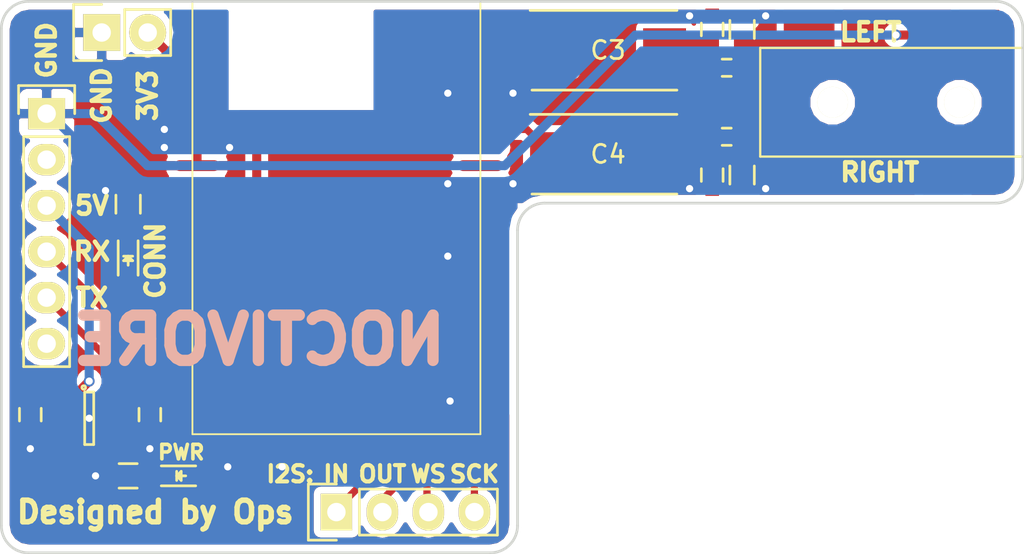
<source format=kicad_pcb>
(kicad_pcb (version 4) (host pcbnew 4.0.2+e4-6225~38~ubuntu15.04.1-stable)

  (general
    (links 67)
    (no_connects 0)
    (area 104.975 73.795 165.413096 108.825001)
    (thickness 1.6)
    (drawings 29)
    (tracks 73)
    (zones 0)
    (modules 40)
    (nets 27)
  )

  (page A4)
  (title_block
    (date 2016-07-10)
  )

  (layers
    (0 F.Cu signal)
    (31 B.Cu signal)
    (32 B.Adhes user)
    (33 F.Adhes user)
    (34 B.Paste user)
    (35 F.Paste user)
    (36 B.SilkS user)
    (37 F.SilkS user)
    (38 B.Mask user)
    (39 F.Mask user)
    (40 Dwgs.User user)
    (41 Cmts.User user)
    (42 Eco1.User user)
    (43 Eco2.User user)
    (44 Edge.Cuts user)
    (45 Margin user)
    (46 B.CrtYd user)
    (47 F.CrtYd user)
    (48 B.Fab user)
    (49 F.Fab user)
  )

  (setup
    (last_trace_width 0.25)
    (trace_clearance 0.2)
    (zone_clearance 0.381)
    (zone_45_only no)
    (trace_min 0.2)
    (segment_width 0.2)
    (edge_width 0.15)
    (via_size 0.6)
    (via_drill 0.4)
    (via_min_size 0.4)
    (via_min_drill 0.3)
    (uvia_size 0.3)
    (uvia_drill 0.1)
    (uvias_allowed no)
    (uvia_min_size 0.2)
    (uvia_min_drill 0.1)
    (pcb_text_width 0.3)
    (pcb_text_size 1.5 1.5)
    (mod_edge_width 0.15)
    (mod_text_size 1 1)
    (mod_text_width 0.15)
    (pad_size 1.7272 2.032)
    (pad_drill 1.016)
    (pad_to_mask_clearance 0.2)
    (aux_axis_origin 0 0)
    (visible_elements FFFFFF7F)
    (pcbplotparams
      (layerselection 0x010f8_80000001)
      (usegerberextensions true)
      (excludeedgelayer true)
      (linewidth 0.100000)
      (plotframeref false)
      (viasonmask false)
      (mode 1)
      (useauxorigin false)
      (hpglpennumber 1)
      (hpglpenspeed 20)
      (hpglpendiameter 15)
      (hpglpenoverlay 2)
      (psnegative false)
      (psa4output false)
      (plotreference false)
      (plotvalue false)
      (plotinvisibletext false)
      (padsonsilk false)
      (subtractmaskfromsilk false)
      (outputformat 1)
      (mirror false)
      (drillshape 0)
      (scaleselection 1)
      (outputdirectory gerbers/))
  )

  (net 0 "")
  (net 1 +5V)
  (net 2 GND)
  (net 3 +3V3)
  (net 4 "Net-(C3-Pad2)")
  (net 5 "Net-(C3-Pad1)")
  (net 6 "Net-(C4-Pad2)")
  (net 7 "Net-(C4-Pad1)")
  (net 8 "Net-(D2-Pad2)")
  (net 9 "Net-(D2-Pad1)")
  (net 10 "Net-(D3-Pad1)")
  (net 11 "Net-(L1-Pad2)")
  (net 12 "Net-(L2-Pad1)")
  (net 13 "Net-(P1-Pad2)")
  (net 14 /UART_RXD)
  (net 15 /UART_TXD)
  (net 16 "Net-(P1-Pad6)")
  (net 17 /I2S_IN)
  (net 18 /I2S_OUT)
  (net 19 /I2S_WS)
  (net 20 /I2S_SCK)
  (net 21 "Net-(U1-Pad47)")
  (net 22 "Net-(U1-Pad50)")
  (net 23 "Net-(U1-Pad20)")
  (net 24 "Net-(U2-Pad4)")
  (net 25 GNDA)
  (net 26 "Net-(U1-Pad19)")

  (net_class Default "This is the default net class."
    (clearance 0.2)
    (trace_width 0.25)
    (via_dia 0.6)
    (via_drill 0.4)
    (uvia_dia 0.3)
    (uvia_drill 0.1)
    (add_net +3V3)
    (add_net +5V)
    (add_net /I2S_IN)
    (add_net /I2S_OUT)
    (add_net /I2S_SCK)
    (add_net /I2S_WS)
    (add_net /UART_RXD)
    (add_net /UART_TXD)
    (add_net GND)
    (add_net GNDA)
    (add_net "Net-(C3-Pad1)")
    (add_net "Net-(C3-Pad2)")
    (add_net "Net-(C4-Pad1)")
    (add_net "Net-(C4-Pad2)")
    (add_net "Net-(D2-Pad1)")
    (add_net "Net-(D2-Pad2)")
    (add_net "Net-(D3-Pad1)")
    (add_net "Net-(L1-Pad2)")
    (add_net "Net-(L2-Pad1)")
    (add_net "Net-(P1-Pad2)")
    (add_net "Net-(P1-Pad6)")
    (add_net "Net-(U1-Pad19)")
    (add_net "Net-(U1-Pad20)")
    (add_net "Net-(U1-Pad47)")
    (add_net "Net-(U1-Pad50)")
    (add_net "Net-(U2-Pad4)")
  )

  (module wt32i_breakout:VIA (layer F.Cu) (tedit 57678BBC) (tstamp 57678C60)
    (at 148.7 79.1)
    (fp_text reference REF** (at 0 1) (layer F.SilkS) hide
      (effects (font (size 1 1) (thickness 0.15)))
    )
    (fp_text value VIA (at 0 -1) (layer F.Fab) hide
      (effects (font (size 1 1) (thickness 0.15)))
    )
    (pad 0 thru_hole circle (at 0 0) (size 0.6 0.6) (drill 0.4) (layers *.Cu)
      (net 2 GND) (zone_connect 2))
  )

  (module wt32i_breakout:VIA (layer F.Cu) (tedit 57678BBC) (tstamp 57678C59)
    (at 144.5 79.1)
    (fp_text reference REF** (at 0 1) (layer F.SilkS) hide
      (effects (font (size 1 1) (thickness 0.15)))
    )
    (fp_text value VIA (at 0 -1) (layer F.Fab) hide
      (effects (font (size 1 1) (thickness 0.15)))
    )
    (pad 0 thru_hole circle (at 0 0) (size 0.6 0.6) (drill 0.4) (layers *.Cu)
      (net 2 GND) (zone_connect 2))
  )

  (module wt32i_breakout:VIA (layer F.Cu) (tedit 57678BBC) (tstamp 57678C55)
    (at 148.7 88.64)
    (fp_text reference REF** (at 0 1) (layer F.SilkS) hide
      (effects (font (size 1 1) (thickness 0.15)))
    )
    (fp_text value VIA (at 0 -1) (layer F.Fab) hide
      (effects (font (size 1 1) (thickness 0.15)))
    )
    (pad 0 thru_hole circle (at 0 0) (size 0.6 0.6) (drill 0.4) (layers *.Cu)
      (net 2 GND) (zone_connect 2))
  )

  (module wt32i_breakout:VIA (layer F.Cu) (tedit 57678BBC) (tstamp 57678C50)
    (at 144.5 88.64)
    (fp_text reference REF** (at 0 1) (layer F.SilkS) hide
      (effects (font (size 1 1) (thickness 0.15)))
    )
    (fp_text value VIA (at 0 -1) (layer F.Fab) hide
      (effects (font (size 1 1) (thickness 0.15)))
    )
    (pad 0 thru_hole circle (at 0 0) (size 0.6 0.6) (drill 0.4) (layers *.Cu)
      (net 2 GND) (zone_connect 2))
  )

  (module wt32i_breakout:VIA (layer F.Cu) (tedit 57678BBC) (tstamp 57678C4B)
    (at 131.15 83.37)
    (fp_text reference REF** (at 0 1) (layer F.SilkS) hide
      (effects (font (size 1 1) (thickness 0.15)))
    )
    (fp_text value VIA (at 0 -1) (layer F.Fab) hide
      (effects (font (size 1 1) (thickness 0.15)))
    )
    (pad 0 thru_hole circle (at 0 0) (size 0.6 0.6) (drill 0.4) (layers *.Cu)
      (net 2 GND) (zone_connect 2))
  )

  (module wt32i_breakout:VIA (layer F.Cu) (tedit 57678BBC) (tstamp 57678C47)
    (at 134.75 83.37)
    (fp_text reference REF** (at 0 1) (layer F.SilkS) hide
      (effects (font (size 1 1) (thickness 0.15)))
    )
    (fp_text value VIA (at 0 -1) (layer F.Fab) hide
      (effects (font (size 1 1) (thickness 0.15)))
    )
    (pad 0 thru_hole circle (at 0 0) (size 0.6 0.6) (drill 0.4) (layers *.Cu)
      (net 2 GND) (zone_connect 2))
  )

  (module wt32i_breakout:VIA (layer F.Cu) (tedit 57678BBC) (tstamp 57678C41)
    (at 134.75 88.37)
    (fp_text reference REF** (at 0 1) (layer F.SilkS) hide
      (effects (font (size 1 1) (thickness 0.15)))
    )
    (fp_text value VIA (at 0 -1) (layer F.Fab) hide
      (effects (font (size 1 1) (thickness 0.15)))
    )
    (pad 0 thru_hole circle (at 0 0) (size 0.6 0.6) (drill 0.4) (layers *.Cu)
      (net 2 GND) (zone_connect 2))
  )

  (module wt32i_breakout:VIA (layer F.Cu) (tedit 57678BBC) (tstamp 57678C3D)
    (at 131.15 88.37)
    (fp_text reference REF** (at 0 1) (layer F.SilkS) hide
      (effects (font (size 1 1) (thickness 0.15)))
    )
    (fp_text value VIA (at 0 -1) (layer F.Fab) hide
      (effects (font (size 1 1) (thickness 0.15)))
    )
    (pad 0 thru_hole circle (at 0 0) (size 0.6 0.6) (drill 0.4) (layers *.Cu)
      (net 2 GND) (zone_connect 2))
  )

  (module wt32i_breakout:VIA (layer F.Cu) (tedit 57678BBC) (tstamp 57678C38)
    (at 131.15 92.37)
    (fp_text reference REF** (at 0 1) (layer F.SilkS) hide
      (effects (font (size 1 1) (thickness 0.15)))
    )
    (fp_text value VIA (at 0 -1) (layer F.Fab) hide
      (effects (font (size 1 1) (thickness 0.15)))
    )
    (pad 0 thru_hole circle (at 0 0) (size 0.6 0.6) (drill 0.4) (layers *.Cu)
      (net 2 GND) (zone_connect 2))
  )

  (module wt32i_breakout:VIA (layer F.Cu) (tedit 57678BBC) (tstamp 57678C13)
    (at 131.275 100.37)
    (fp_text reference REF** (at 0 1) (layer F.SilkS) hide
      (effects (font (size 1 1) (thickness 0.15)))
    )
    (fp_text value VIA (at 0 -1) (layer F.Fab) hide
      (effects (font (size 1 1) (thickness 0.15)))
    )
    (pad 0 thru_hole circle (at 0 0) (size 0.6 0.6) (drill 0.4) (layers *.Cu)
      (net 2 GND) (zone_connect 2))
  )

  (module wt32i_breakout:VIA (layer F.Cu) (tedit 57678BBC) (tstamp 57678C0D)
    (at 122 104)
    (fp_text reference REF** (at 0 1) (layer F.SilkS) hide
      (effects (font (size 1 1) (thickness 0.15)))
    )
    (fp_text value VIA (at 0 -1) (layer F.Fab) hide
      (effects (font (size 1 1) (thickness 0.15)))
    )
    (pad 0 thru_hole circle (at 0 0) (size 0.6 0.6) (drill 0.4) (layers *.Cu)
      (net 2 GND) (zone_connect 2))
  )

  (module wt32i_breakout:VIA (layer F.Cu) (tedit 57678BBC) (tstamp 57678C05)
    (at 119 104)
    (fp_text reference REF** (at 0 1) (layer F.SilkS) hide
      (effects (font (size 1 1) (thickness 0.15)))
    )
    (fp_text value VIA (at 0 -1) (layer F.Fab) hide
      (effects (font (size 1 1) (thickness 0.15)))
    )
    (pad 0 thru_hole circle (at 0 0) (size 0.6 0.6) (drill 0.4) (layers *.Cu)
      (net 2 GND) (zone_connect 2))
  )

  (module wt32i_breakout:VIA (layer F.Cu) (tedit 57678BBC) (tstamp 57678BFD)
    (at 114.7 103)
    (fp_text reference REF** (at 0 1) (layer F.SilkS) hide
      (effects (font (size 1 1) (thickness 0.15)))
    )
    (fp_text value VIA (at 0 -1) (layer F.Fab) hide
      (effects (font (size 1 1) (thickness 0.15)))
    )
    (pad 0 thru_hole circle (at 0 0) (size 0.6 0.6) (drill 0.4) (layers *.Cu)
      (net 2 GND) (zone_connect 2))
  )

  (module wt32i_breakout:VIA (layer F.Cu) (tedit 57678BBC) (tstamp 57678BF8)
    (at 111.7 104.5)
    (fp_text reference REF** (at 0 1) (layer F.SilkS) hide
      (effects (font (size 1 1) (thickness 0.15)))
    )
    (fp_text value VIA (at 0 -1) (layer F.Fab) hide
      (effects (font (size 1 1) (thickness 0.15)))
    )
    (pad 0 thru_hole circle (at 0 0) (size 0.6 0.6) (drill 0.4) (layers *.Cu)
      (net 2 GND) (zone_connect 2))
  )

  (module wt32i_breakout:VIA (layer F.Cu) (tedit 57678BBC) (tstamp 57678BF2)
    (at 111.35 101.32)
    (fp_text reference REF** (at 0 1) (layer F.SilkS) hide
      (effects (font (size 1 1) (thickness 0.15)))
    )
    (fp_text value VIA (at 0 -1) (layer F.Fab) hide
      (effects (font (size 1 1) (thickness 0.15)))
    )
    (pad 0 thru_hole circle (at 0 0) (size 0.6 0.6) (drill 0.4) (layers *.Cu)
      (net 2 GND) (zone_connect 2))
  )

  (module wt32i_breakout:VIA (layer F.Cu) (tedit 57678BBC) (tstamp 57678BE6)
    (at 108.1 103)
    (fp_text reference REF** (at 0 1) (layer F.SilkS) hide
      (effects (font (size 1 1) (thickness 0.15)))
    )
    (fp_text value VIA (at 0 -1) (layer F.Fab) hide
      (effects (font (size 1 1) (thickness 0.15)))
    )
    (pad 0 thru_hole circle (at 0 0) (size 0.6 0.6) (drill 0.4) (layers *.Cu)
      (net 2 GND) (zone_connect 2))
  )

  (module wt32i_breakout:VIA (layer F.Cu) (tedit 57678BBC) (tstamp 57678BDE)
    (at 112.25 88.75)
    (fp_text reference REF** (at 0 1) (layer F.SilkS) hide
      (effects (font (size 1 1) (thickness 0.15)))
    )
    (fp_text value VIA (at 0 -1) (layer F.Fab) hide
      (effects (font (size 1 1) (thickness 0.15)))
    )
    (pad 0 thru_hole circle (at 0 0) (size 0.6 0.6) (drill 0.4) (layers *.Cu)
      (net 2 GND) (zone_connect 2))
  )

  (module wt32i_breakout:VIA (layer F.Cu) (tedit 57678BBC) (tstamp 57678BD7)
    (at 119.1 86.37)
    (fp_text reference REF** (at 0 1) (layer F.SilkS) hide
      (effects (font (size 1 1) (thickness 0.15)))
    )
    (fp_text value VIA (at 0 -1) (layer F.Fab) hide
      (effects (font (size 1 1) (thickness 0.15)))
    )
    (pad 0 thru_hole circle (at 0 0) (size 0.6 0.6) (drill 0.4) (layers *.Cu)
      (net 2 GND) (zone_connect 2))
  )

  (module wt32i_breakout:VIA (layer F.Cu) (tedit 57678BBC) (tstamp 57678BD0)
    (at 115.5 86.37)
    (fp_text reference REF** (at 0 1) (layer F.SilkS) hide
      (effects (font (size 1 1) (thickness 0.15)))
    )
    (fp_text value VIA (at 0 -1) (layer F.Fab) hide
      (effects (font (size 1 1) (thickness 0.15)))
    )
    (pad 0 thru_hole circle (at 0 0) (size 0.6 0.6) (drill 0.4) (layers *.Cu)
      (net 2 GND) (zone_connect 2))
  )

  (module wt32i_breakout:VIA (layer F.Cu) (tedit 57678BBC) (tstamp 57678AC1)
    (at 115.5 85.37)
    (fp_text reference REF** (at 0 1) (layer F.SilkS) hide
      (effects (font (size 1 1) (thickness 0.15)))
    )
    (fp_text value VIA (at 0 -1) (layer F.Fab) hide
      (effects (font (size 1 1) (thickness 0.15)))
    )
    (pad 0 thru_hole circle (at 0 0) (size 0.6 0.6) (drill 0.4) (layers *.Cu)
      (net 2 GND) (zone_connect 2))
  )

  (module Capacitors_SMD:C_0603 (layer F.Cu) (tedit 57677E03) (tstamp 5764BC6A)
    (at 108.1 101.12 270)
    (descr "Capacitor SMD 0603, reflow soldering, AVX (see smccp.pdf)")
    (tags "capacitor 0603")
    (path /57509CA4)
    (attr smd)
    (fp_text reference C1 (at 0 2 270) (layer F.SilkS) hide
      (effects (font (size 1 1) (thickness 0.15)))
    )
    (fp_text value 2.2uF (at 0 1.9 270) (layer F.Fab) hide
      (effects (font (size 1 1) (thickness 0.15)))
    )
    (fp_line (start -1.45 -0.75) (end 1.45 -0.75) (layer F.CrtYd) (width 0.05))
    (fp_line (start -1.45 0.75) (end 1.45 0.75) (layer F.CrtYd) (width 0.05))
    (fp_line (start -1.45 -0.75) (end -1.45 0.75) (layer F.CrtYd) (width 0.05))
    (fp_line (start 1.45 -0.75) (end 1.45 0.75) (layer F.CrtYd) (width 0.05))
    (fp_line (start -0.35 -0.6) (end 0.35 -0.6) (layer F.SilkS) (width 0.15))
    (fp_line (start 0.35 0.6) (end -0.35 0.6) (layer F.SilkS) (width 0.15))
    (pad 1 smd rect (at -0.75 0 270) (size 0.8 0.75) (layers F.Cu F.Paste F.Mask)
      (net 1 +5V))
    (pad 2 smd rect (at 0.75 0 270) (size 0.8 0.75) (layers F.Cu F.Paste F.Mask)
      (net 2 GND))
    (model Capacitors_SMD.3dshapes/C_0603.wrl
      (at (xyz 0 0 0))
      (scale (xyz 1 1 1))
      (rotate (xyz 0 0 0))
    )
  )

  (module Capacitors_SMD:C_0603 (layer F.Cu) (tedit 57677E0A) (tstamp 5764BC70)
    (at 114.7 101.12 270)
    (descr "Capacitor SMD 0603, reflow soldering, AVX (see smccp.pdf)")
    (tags "capacitor 0603")
    (path /57509DF6)
    (attr smd)
    (fp_text reference C2 (at 0 -1.9 270) (layer F.SilkS) hide
      (effects (font (size 1 1) (thickness 0.15)))
    )
    (fp_text value 2.2uF (at 0 1.9 270) (layer F.Fab) hide
      (effects (font (size 1 1) (thickness 0.15)))
    )
    (fp_line (start -1.45 -0.75) (end 1.45 -0.75) (layer F.CrtYd) (width 0.05))
    (fp_line (start -1.45 0.75) (end 1.45 0.75) (layer F.CrtYd) (width 0.05))
    (fp_line (start -1.45 -0.75) (end -1.45 0.75) (layer F.CrtYd) (width 0.05))
    (fp_line (start 1.45 -0.75) (end 1.45 0.75) (layer F.CrtYd) (width 0.05))
    (fp_line (start -0.35 -0.6) (end 0.35 -0.6) (layer F.SilkS) (width 0.15))
    (fp_line (start 0.35 0.6) (end -0.35 0.6) (layer F.SilkS) (width 0.15))
    (pad 1 smd rect (at -0.75 0 270) (size 0.8 0.75) (layers F.Cu F.Paste F.Mask)
      (net 3 +3V3))
    (pad 2 smd rect (at 0.75 0 270) (size 0.8 0.75) (layers F.Cu F.Paste F.Mask)
      (net 2 GND))
    (model Capacitors_SMD.3dshapes/C_0603.wrl
      (at (xyz 0 0 0))
      (scale (xyz 1 1 1))
      (rotate (xyz 0 0 0))
    )
  )

  (module Capacitors_Tantalum_SMD:TantalC_SizeD_EIA-7343_Reflow (layer F.Cu) (tedit 5764C773) (tstamp 5764BC76)
    (at 140 81)
    (descr "Tantal Cap. , Size D, EIA-7343, Reflow")
    (tags "Tantal Capacitor Size-D EIA-7343 Reflow")
    (path /57509D95)
    (attr smd)
    (fp_text reference C3 (at 0 0) (layer F.SilkS)
      (effects (font (size 1 1) (thickness 0.15)))
    )
    (fp_text value 330uF/6.3V (at -0.09906 3.59918) (layer F.Fab) hide
      (effects (font (size 1 1) (thickness 0.15)))
    )
    (fp_line (start 4.6 -2.6) (end -4.6 -2.6) (layer F.CrtYd) (width 0.05))
    (fp_line (start -4.6 -2.6) (end -4.6 2.6) (layer F.CrtYd) (width 0.05))
    (fp_line (start -4.6 2.6) (end 4.6 2.6) (layer F.CrtYd) (width 0.05))
    (fp_line (start 4.6 2.6) (end 4.6 -2.6) (layer F.CrtYd) (width 0.05))
    (fp_line (start -4.2 2.2) (end 3.8 2.2) (layer F.SilkS) (width 0.15))
    (fp_line (start 3.8 -2.2) (end -4.3 -2.2) (layer F.SilkS) (width 0.15))
    (pad 2 smd rect (at 3.12 0) (size 2.37 2.43) (layers F.Cu F.Paste F.Mask)
      (net 4 "Net-(C3-Pad2)"))
    (pad 1 smd rect (at -3.12 0) (size 2.37 2.43) (layers F.Cu F.Paste F.Mask)
      (net 5 "Net-(C3-Pad1)"))
    (model Capacitors_Tantalum_SMD.3dshapes/TantalC_SizeD_EIA-7343_Reflow.wrl
      (at (xyz 0 0 0))
      (scale (xyz 1 1 1))
      (rotate (xyz 0 0 180))
    )
  )

  (module Capacitors_Tantalum_SMD:TantalC_SizeD_EIA-7343_Reflow (layer F.Cu) (tedit 5764C779) (tstamp 5764BC7C)
    (at 140 86.74)
    (descr "Tantal Cap. , Size D, EIA-7343, Reflow")
    (tags "Tantal Capacitor Size-D EIA-7343 Reflow")
    (path /57509E7D)
    (attr smd)
    (fp_text reference C4 (at 0 0) (layer F.SilkS)
      (effects (font (size 1 1) (thickness 0.15)))
    )
    (fp_text value 330uF/6.3V (at -0.09906 3.59918) (layer F.Fab) hide
      (effects (font (size 1 1) (thickness 0.15)))
    )
    (fp_line (start 4.6 -2.6) (end -4.6 -2.6) (layer F.CrtYd) (width 0.05))
    (fp_line (start -4.6 -2.6) (end -4.6 2.6) (layer F.CrtYd) (width 0.05))
    (fp_line (start -4.6 2.6) (end 4.6 2.6) (layer F.CrtYd) (width 0.05))
    (fp_line (start 4.6 2.6) (end 4.6 -2.6) (layer F.CrtYd) (width 0.05))
    (fp_line (start -4.2 2.2) (end 3.8 2.2) (layer F.SilkS) (width 0.15))
    (fp_line (start 3.8 -2.2) (end -4.3 -2.2) (layer F.SilkS) (width 0.15))
    (pad 2 smd rect (at 3.12 0) (size 2.37 2.43) (layers F.Cu F.Paste F.Mask)
      (net 6 "Net-(C4-Pad2)"))
    (pad 1 smd rect (at -3.12 0) (size 2.37 2.43) (layers F.Cu F.Paste F.Mask)
      (net 7 "Net-(C4-Pad1)"))
    (model Capacitors_Tantalum_SMD.3dshapes/TantalC_SizeD_EIA-7343_Reflow.wrl
      (at (xyz 0 0 0))
      (scale (xyz 1 1 1))
      (rotate (xyz 0 0 180))
    )
  )

  (module Capacitors_SMD:C_0603 (layer F.Cu) (tedit 57677B02) (tstamp 5764BC82)
    (at 145.75 87.89 270)
    (descr "Capacitor SMD 0603, reflow soldering, AVX (see smccp.pdf)")
    (tags "capacitor 0603")
    (path /575E1DA2)
    (attr smd)
    (fp_text reference C5 (at 0 -1.9 270) (layer F.SilkS) hide
      (effects (font (size 1 1) (thickness 0.15)))
    )
    (fp_text value 33pF (at 0 1.9 270) (layer F.Fab) hide
      (effects (font (size 1 1) (thickness 0.15)))
    )
    (fp_line (start -1.45 -0.75) (end 1.45 -0.75) (layer F.CrtYd) (width 0.05))
    (fp_line (start -1.45 0.75) (end 1.45 0.75) (layer F.CrtYd) (width 0.05))
    (fp_line (start -1.45 -0.75) (end -1.45 0.75) (layer F.CrtYd) (width 0.05))
    (fp_line (start 1.45 -0.75) (end 1.45 0.75) (layer F.CrtYd) (width 0.05))
    (fp_line (start -0.35 -0.6) (end 0.35 -0.6) (layer F.SilkS) (width 0.15))
    (fp_line (start 0.35 0.6) (end -0.35 0.6) (layer F.SilkS) (width 0.15))
    (pad 1 smd rect (at -0.75 0 270) (size 0.8 0.75) (layers F.Cu F.Paste F.Mask)
      (net 6 "Net-(C4-Pad2)"))
    (pad 2 smd rect (at 0.75 0 270) (size 0.8 0.75) (layers F.Cu F.Paste F.Mask)
      (net 2 GND))
    (model Capacitors_SMD.3dshapes/C_0603.wrl
      (at (xyz 0 0 0))
      (scale (xyz 1 1 1))
      (rotate (xyz 0 0 0))
    )
  )

  (module Capacitors_SMD:C_0603 (layer F.Cu) (tedit 57677AF3) (tstamp 5764BC88)
    (at 145.75 79.85 270)
    (descr "Capacitor SMD 0603, reflow soldering, AVX (see smccp.pdf)")
    (tags "capacitor 0603")
    (path /575E1F4F)
    (attr smd)
    (fp_text reference C6 (at 0 -1.9 270) (layer F.SilkS) hide
      (effects (font (size 1 1) (thickness 0.15)))
    )
    (fp_text value 33pF (at 0 1.9 270) (layer F.Fab) hide
      (effects (font (size 1 1) (thickness 0.15)))
    )
    (fp_line (start -1.45 -0.75) (end 1.45 -0.75) (layer F.CrtYd) (width 0.05))
    (fp_line (start -1.45 0.75) (end 1.45 0.75) (layer F.CrtYd) (width 0.05))
    (fp_line (start -1.45 -0.75) (end -1.45 0.75) (layer F.CrtYd) (width 0.05))
    (fp_line (start 1.45 -0.75) (end 1.45 0.75) (layer F.CrtYd) (width 0.05))
    (fp_line (start -0.35 -0.6) (end 0.35 -0.6) (layer F.SilkS) (width 0.15))
    (fp_line (start 0.35 0.6) (end -0.35 0.6) (layer F.SilkS) (width 0.15))
    (pad 1 smd rect (at -0.75 0 270) (size 0.8 0.75) (layers F.Cu F.Paste F.Mask)
      (net 2 GND))
    (pad 2 smd rect (at 0.75 0 270) (size 0.8 0.75) (layers F.Cu F.Paste F.Mask)
      (net 4 "Net-(C3-Pad2)"))
    (model Capacitors_SMD.3dshapes/C_0603.wrl
      (at (xyz 0 0 0))
      (scale (xyz 1 1 1))
      (rotate (xyz 0 0 0))
    )
  )

  (module LEDs:LED_0603 (layer F.Cu) (tedit 5764D4D6) (tstamp 5764BC94)
    (at 113.5 92.6207 270)
    (descr "LED 0603 smd package")
    (tags "LED led 0603 SMD smd SMT smt smdled SMDLED smtled SMTLED")
    (path /57509D21)
    (attr smd)
    (fp_text reference D2 (at 0 -1.5 270) (layer F.SilkS) hide
      (effects (font (size 1 1) (thickness 0.15)))
    )
    (fp_text value CONN_LED (at 0 1.5 270) (layer F.Fab) hide
      (effects (font (size 1 1) (thickness 0.15)))
    )
    (fp_line (start -1.1 0.55) (end 0.8 0.55) (layer F.SilkS) (width 0.15))
    (fp_line (start -1.1 -0.55) (end 0.8 -0.55) (layer F.SilkS) (width 0.15))
    (fp_line (start -0.2 0) (end 0.25 0) (layer F.SilkS) (width 0.15))
    (fp_line (start -0.25 -0.25) (end -0.25 0.25) (layer F.SilkS) (width 0.15))
    (fp_line (start -0.25 0) (end 0 -0.25) (layer F.SilkS) (width 0.15))
    (fp_line (start 0 -0.25) (end 0 0.25) (layer F.SilkS) (width 0.15))
    (fp_line (start 0 0.25) (end -0.25 0) (layer F.SilkS) (width 0.15))
    (fp_line (start 1.4 -0.75) (end 1.4 0.75) (layer F.CrtYd) (width 0.05))
    (fp_line (start 1.4 0.75) (end -1.4 0.75) (layer F.CrtYd) (width 0.05))
    (fp_line (start -1.4 0.75) (end -1.4 -0.75) (layer F.CrtYd) (width 0.05))
    (fp_line (start -1.4 -0.75) (end 1.4 -0.75) (layer F.CrtYd) (width 0.05))
    (pad 2 smd rect (at 0.7493 0 90) (size 0.79756 0.79756) (layers F.Cu F.Paste F.Mask)
      (net 8 "Net-(D2-Pad2)"))
    (pad 1 smd rect (at -0.7493 0 90) (size 0.79756 0.79756) (layers F.Cu F.Paste F.Mask)
      (net 9 "Net-(D2-Pad1)"))
    (model LEDs.3dshapes/LED_0603.wrl
      (at (xyz 0 0 0))
      (scale (xyz 1 1 1))
      (rotate (xyz 0 0 180))
    )
  )

  (module LEDs:LED_0603 (layer F.Cu) (tedit 5764D4E1) (tstamp 5764BC9A)
    (at 116.43 104.5)
    (descr "LED 0603 smd package")
    (tags "LED led 0603 SMD smd SMT smt smdled SMDLED smtled SMTLED")
    (path /5750B27A)
    (attr smd)
    (fp_text reference D3 (at 0 -1.5) (layer F.SilkS) hide
      (effects (font (size 1 1) (thickness 0.15)))
    )
    (fp_text value PWR_LED (at 0 1.5) (layer F.Fab) hide
      (effects (font (size 1 1) (thickness 0.15)))
    )
    (fp_line (start -1.1 0.55) (end 0.8 0.55) (layer F.SilkS) (width 0.15))
    (fp_line (start -1.1 -0.55) (end 0.8 -0.55) (layer F.SilkS) (width 0.15))
    (fp_line (start -0.2 0) (end 0.25 0) (layer F.SilkS) (width 0.15))
    (fp_line (start -0.25 -0.25) (end -0.25 0.25) (layer F.SilkS) (width 0.15))
    (fp_line (start -0.25 0) (end 0 -0.25) (layer F.SilkS) (width 0.15))
    (fp_line (start 0 -0.25) (end 0 0.25) (layer F.SilkS) (width 0.15))
    (fp_line (start 0 0.25) (end -0.25 0) (layer F.SilkS) (width 0.15))
    (fp_line (start 1.4 -0.75) (end 1.4 0.75) (layer F.CrtYd) (width 0.05))
    (fp_line (start 1.4 0.75) (end -1.4 0.75) (layer F.CrtYd) (width 0.05))
    (fp_line (start -1.4 0.75) (end -1.4 -0.75) (layer F.CrtYd) (width 0.05))
    (fp_line (start -1.4 -0.75) (end 1.4 -0.75) (layer F.CrtYd) (width 0.05))
    (pad 2 smd rect (at 0.7493 0 180) (size 0.79756 0.79756) (layers F.Cu F.Paste F.Mask)
      (net 3 +3V3))
    (pad 1 smd rect (at -0.7493 0 180) (size 0.79756 0.79756) (layers F.Cu F.Paste F.Mask)
      (net 10 "Net-(D3-Pad1)"))
    (model LEDs.3dshapes/LED_0603.wrl
      (at (xyz 0 0 0))
      (scale (xyz 1 1 1))
      (rotate (xyz 0 0 180))
    )
  )

  (module Capacitors_SMD:C_0402 (layer F.Cu) (tedit 5783269C) (tstamp 5764BCA0)
    (at 146.55 81.965)
    (descr "Capacitor SMD 0402, reflow soldering, AVX (see smccp.pdf)")
    (tags "capacitor 0402")
    (path /575E1C93)
    (attr smd)
    (fp_text reference L1 (at 0 1.5) (layer F.SilkS) hide
      (effects (font (size 1 1) (thickness 0.15)))
    )
    (fp_text value 33nH (at 0 1.7) (layer F.Fab) hide
      (effects (font (size 1 1) (thickness 0.15)))
    )
    (fp_line (start -1.15 -0.6) (end 1.15 -0.6) (layer F.CrtYd) (width 0.05))
    (fp_line (start -1.15 0.6) (end 1.15 0.6) (layer F.CrtYd) (width 0.05))
    (fp_line (start -1.15 -0.6) (end -1.15 0.6) (layer F.CrtYd) (width 0.05))
    (fp_line (start 1.15 -0.6) (end 1.15 0.6) (layer F.CrtYd) (width 0.05))
    (fp_line (start 0.25 -0.475) (end -0.25 -0.475) (layer F.SilkS) (width 0.15))
    (fp_line (start -0.25 0.475) (end 0.25 0.475) (layer F.SilkS) (width 0.15))
    (pad 1 smd rect (at -0.55 0) (size 0.6 0.5) (layers F.Cu F.Paste F.Mask)
      (net 4 "Net-(C3-Pad2)"))
    (pad 2 smd rect (at 0.55 0) (size 0.6 0.5) (layers F.Cu F.Paste F.Mask)
      (net 11 "Net-(L1-Pad2)"))
    (model Capacitors_SMD.3dshapes/C_0402.wrl
      (at (xyz 0 0 0))
      (scale (xyz 1 1 1))
      (rotate (xyz 0 0 0))
    )
  )

  (module Capacitors_SMD:C_0402 (layer F.Cu) (tedit 578326A4) (tstamp 5764BCA6)
    (at 146.55 85.775 180)
    (descr "Capacitor SMD 0402, reflow soldering, AVX (see smccp.pdf)")
    (tags "capacitor 0402")
    (path /575E2078)
    (attr smd)
    (fp_text reference L2 (at 0 1.5 180) (layer F.SilkS) hide
      (effects (font (size 1 1) (thickness 0.15)))
    )
    (fp_text value 33nH (at 0 1.7 180) (layer F.Fab) hide
      (effects (font (size 1 1) (thickness 0.15)))
    )
    (fp_line (start -1.15 -0.6) (end 1.15 -0.6) (layer F.CrtYd) (width 0.05))
    (fp_line (start -1.15 0.6) (end 1.15 0.6) (layer F.CrtYd) (width 0.05))
    (fp_line (start -1.15 -0.6) (end -1.15 0.6) (layer F.CrtYd) (width 0.05))
    (fp_line (start 1.15 -0.6) (end 1.15 0.6) (layer F.CrtYd) (width 0.05))
    (fp_line (start 0.25 -0.475) (end -0.25 -0.475) (layer F.SilkS) (width 0.15))
    (fp_line (start -0.25 0.475) (end 0.25 0.475) (layer F.SilkS) (width 0.15))
    (pad 1 smd rect (at -0.55 0 180) (size 0.6 0.5) (layers F.Cu F.Paste F.Mask)
      (net 12 "Net-(L2-Pad1)"))
    (pad 2 smd rect (at 0.55 0 180) (size 0.6 0.5) (layers F.Cu F.Paste F.Mask)
      (net 6 "Net-(C4-Pad2)"))
    (model Capacitors_SMD.3dshapes/C_0402.wrl
      (at (xyz 0 0 0))
      (scale (xyz 1 1 1))
      (rotate (xyz 0 0 0))
    )
  )

  (module Socket_Strips:Socket_Strip_Straight_1x06 (layer F.Cu) (tedit 5764BCE6) (tstamp 5764BCB0)
    (at 109 84.5 270)
    (descr "Through hole socket strip")
    (tags "socket strip")
    (path /5750BC78)
    (fp_text reference P1 (at 0 -5.1 270) (layer F.SilkS) hide
      (effects (font (size 1 1) (thickness 0.15)))
    )
    (fp_text value UART_CONN (at 0 -3.1 270) (layer F.Fab) hide
      (effects (font (size 1 1) (thickness 0.15)))
    )
    (fp_line (start -1.75 -1.75) (end -1.75 1.75) (layer F.CrtYd) (width 0.05))
    (fp_line (start 14.45 -1.75) (end 14.45 1.75) (layer F.CrtYd) (width 0.05))
    (fp_line (start -1.75 -1.75) (end 14.45 -1.75) (layer F.CrtYd) (width 0.05))
    (fp_line (start -1.75 1.75) (end 14.45 1.75) (layer F.CrtYd) (width 0.05))
    (fp_line (start 1.27 1.27) (end 13.97 1.27) (layer F.SilkS) (width 0.15))
    (fp_line (start 13.97 1.27) (end 13.97 -1.27) (layer F.SilkS) (width 0.15))
    (fp_line (start 13.97 -1.27) (end 1.27 -1.27) (layer F.SilkS) (width 0.15))
    (fp_line (start -1.55 1.55) (end 0 1.55) (layer F.SilkS) (width 0.15))
    (fp_line (start 1.27 1.27) (end 1.27 -1.27) (layer F.SilkS) (width 0.15))
    (fp_line (start 0 -1.55) (end -1.55 -1.55) (layer F.SilkS) (width 0.15))
    (fp_line (start -1.55 -1.55) (end -1.55 1.55) (layer F.SilkS) (width 0.15))
    (pad 1 thru_hole rect (at 0 0 270) (size 1.7272 2.032) (drill 1.016) (layers *.Cu *.Mask F.SilkS)
      (net 2 GND))
    (pad 2 thru_hole oval (at 2.54 0 270) (size 1.7272 2.032) (drill 1.016) (layers *.Cu *.Mask F.SilkS)
      (net 13 "Net-(P1-Pad2)"))
    (pad 3 thru_hole oval (at 5.08 0 270) (size 1.7272 2.032) (drill 1.016) (layers *.Cu *.Mask F.SilkS)
      (net 1 +5V))
    (pad 4 thru_hole oval (at 7.62 0 270) (size 1.7272 2.032) (drill 1.016) (layers *.Cu *.Mask F.SilkS)
      (net 14 /UART_RXD))
    (pad 5 thru_hole oval (at 10.16 0 270) (size 1.7272 2.032) (drill 1.016) (layers *.Cu *.Mask F.SilkS)
      (net 15 /UART_TXD))
    (pad 6 thru_hole oval (at 12.7 0 270) (size 1.7272 2.032) (drill 1.016) (layers *.Cu *.Mask F.SilkS)
      (net 16 "Net-(P1-Pad6)"))
    (model Socket_Strips.3dshapes/Socket_Strip_Straight_1x06.wrl
      (at (xyz 0.25 0 0))
      (scale (xyz 1 1 1))
      (rotate (xyz 0 0 180))
    )
  )

  (module Socket_Strips:Socket_Strip_Straight_1x04 (layer F.Cu) (tedit 5764BC97) (tstamp 5764BCB8)
    (at 125 106.5)
    (descr "Through hole socket strip")
    (tags "socket strip")
    (path /5750CB3B)
    (fp_text reference P2 (at 0 -5.1) (layer F.SilkS) hide
      (effects (font (size 1 1) (thickness 0.15)))
    )
    (fp_text value I2S_CONN (at 0 -3.1) (layer F.Fab) hide
      (effects (font (size 1 1) (thickness 0.15)))
    )
    (fp_line (start -1.75 -1.75) (end -1.75 1.75) (layer F.CrtYd) (width 0.05))
    (fp_line (start 9.4 -1.75) (end 9.4 1.75) (layer F.CrtYd) (width 0.05))
    (fp_line (start -1.75 -1.75) (end 9.4 -1.75) (layer F.CrtYd) (width 0.05))
    (fp_line (start -1.75 1.75) (end 9.4 1.75) (layer F.CrtYd) (width 0.05))
    (fp_line (start 1.27 -1.27) (end 8.89 -1.27) (layer F.SilkS) (width 0.15))
    (fp_line (start 1.27 1.27) (end 8.89 1.27) (layer F.SilkS) (width 0.15))
    (fp_line (start -1.55 1.55) (end 0 1.55) (layer F.SilkS) (width 0.15))
    (fp_line (start 8.89 -1.27) (end 8.89 1.27) (layer F.SilkS) (width 0.15))
    (fp_line (start 1.27 1.27) (end 1.27 -1.27) (layer F.SilkS) (width 0.15))
    (fp_line (start 0 -1.55) (end -1.55 -1.55) (layer F.SilkS) (width 0.15))
    (fp_line (start -1.55 -1.55) (end -1.55 1.55) (layer F.SilkS) (width 0.15))
    (pad 1 thru_hole rect (at 0 0) (size 1.7272 2.032) (drill 1.016) (layers *.Cu *.Mask F.SilkS)
      (net 17 /I2S_IN))
    (pad 2 thru_hole oval (at 2.54 0) (size 1.7272 2.032) (drill 1.016) (layers *.Cu *.Mask F.SilkS)
      (net 18 /I2S_OUT))
    (pad 3 thru_hole oval (at 5.08 0) (size 1.7272 2.032) (drill 1.016) (layers *.Cu *.Mask F.SilkS)
      (net 19 /I2S_WS))
    (pad 4 thru_hole oval (at 7.62 0) (size 1.7272 2.032) (drill 1.016) (layers *.Cu *.Mask F.SilkS)
      (net 20 /I2S_SCK))
    (model Socket_Strips.3dshapes/Socket_Strip_Straight_1x04.wrl
      (at (xyz 0.15 0 0))
      (scale (xyz 1 1 1))
      (rotate (xyz 0 0 180))
    )
  )

  (module wt32i_breakout:CUI_Stereo_Audio_Jack (layer F.Cu) (tedit 5736337A) (tstamp 5764BCC8)
    (at 159.4 83.87 180)
    (path /57509BAE)
    (fp_text reference P4 (at 5.8 -4 180) (layer F.SilkS) hide
      (effects (font (size 1 1) (thickness 0.15)))
    )
    (fp_text value Stereo_Audio_Jack_3.5mm (at 4 6.3 180) (layer F.Fab) hide
      (effects (font (size 1 1) (thickness 0.15)))
    )
    (fp_line (start -3.5 3) (end -3.5 -3) (layer F.SilkS) (width 0.127))
    (fp_line (start 11 3) (end -3.5 3) (layer F.SilkS) (width 0.127))
    (fp_line (start 11 -3) (end 11 3) (layer F.SilkS) (width 0.127))
    (fp_line (start -3.5 -3) (end 11 -3) (layer F.SilkS) (width 0.127))
    (pad 1 smd rect (at -1.1 3.7 180) (size 2.2 2.8) (layers F.Cu F.Paste F.Mask)
      (net 25 GNDA))
    (pad 2 smd rect (at 8.3 3.7 180) (size 2.8 2.8) (layers F.Cu F.Paste F.Mask)
      (net 11 "Net-(L1-Pad2)"))
    (pad "" np_thru_hole circle (at 0 0 180) (size 1.7 1.7) (drill 1.7) (layers *.Cu *.Mask F.SilkS))
    (pad 3 smd rect (at 0.9 -3.7 180) (size 2.2 2.8) (layers F.Cu F.Paste F.Mask)
      (net 12 "Net-(L2-Pad1)"))
    (pad "" np_thru_hole circle (at 7 0 180) (size 1.7 1.7) (drill 1.7) (layers *.Cu *.Mask F.SilkS))
  )

  (module Resistors_SMD:R_0603 (layer F.Cu) (tedit 5764D4D8) (tstamp 5764BCCE)
    (at 113.5 89.5 90)
    (descr "Resistor SMD 0603, reflow soldering, Vishay (see dcrcw.pdf)")
    (tags "resistor 0603")
    (path /57509D6A)
    (attr smd)
    (fp_text reference R1 (at 0 -1.9 90) (layer F.SilkS) hide
      (effects (font (size 1 1) (thickness 0.15)))
    )
    (fp_text value 100 (at 0 1.9 90) (layer F.Fab) hide
      (effects (font (size 1 1) (thickness 0.15)))
    )
    (fp_line (start -1.3 -0.8) (end 1.3 -0.8) (layer F.CrtYd) (width 0.05))
    (fp_line (start -1.3 0.8) (end 1.3 0.8) (layer F.CrtYd) (width 0.05))
    (fp_line (start -1.3 -0.8) (end -1.3 0.8) (layer F.CrtYd) (width 0.05))
    (fp_line (start 1.3 -0.8) (end 1.3 0.8) (layer F.CrtYd) (width 0.05))
    (fp_line (start 0.5 0.675) (end -0.5 0.675) (layer F.SilkS) (width 0.15))
    (fp_line (start -0.5 -0.675) (end 0.5 -0.675) (layer F.SilkS) (width 0.15))
    (pad 1 smd rect (at -0.75 0 90) (size 0.5 0.9) (layers F.Cu F.Paste F.Mask)
      (net 9 "Net-(D2-Pad1)"))
    (pad 2 smd rect (at 0.75 0 90) (size 0.5 0.9) (layers F.Cu F.Paste F.Mask)
      (net 2 GND))
    (model Resistors_SMD.3dshapes/R_0603.wrl
      (at (xyz 0 0 0))
      (scale (xyz 1 1 1))
      (rotate (xyz 0 0 0))
    )
  )

  (module Resistors_SMD:R_0603 (layer F.Cu) (tedit 57677E26) (tstamp 5764BCD4)
    (at 113.5 104.5 180)
    (descr "Resistor SMD 0603, reflow soldering, Vishay (see dcrcw.pdf)")
    (tags "resistor 0603")
    (path /5750B280)
    (attr smd)
    (fp_text reference R2 (at 0 -1.9 180) (layer F.SilkS) hide
      (effects (font (size 1 1) (thickness 0.15)))
    )
    (fp_text value 820 (at 0 1.9 180) (layer F.Fab) hide
      (effects (font (size 1 1) (thickness 0.15)))
    )
    (fp_line (start -1.3 -0.8) (end 1.3 -0.8) (layer F.CrtYd) (width 0.05))
    (fp_line (start -1.3 0.8) (end 1.3 0.8) (layer F.CrtYd) (width 0.05))
    (fp_line (start -1.3 -0.8) (end -1.3 0.8) (layer F.CrtYd) (width 0.05))
    (fp_line (start 1.3 -0.8) (end 1.3 0.8) (layer F.CrtYd) (width 0.05))
    (fp_line (start 0.5 0.675) (end -0.5 0.675) (layer F.SilkS) (width 0.15))
    (fp_line (start -0.5 -0.675) (end 0.5 -0.675) (layer F.SilkS) (width 0.15))
    (pad 1 smd rect (at -0.75 0 180) (size 0.5 0.9) (layers F.Cu F.Paste F.Mask)
      (net 10 "Net-(D3-Pad1)"))
    (pad 2 smd rect (at 0.75 0 180) (size 0.5 0.9) (layers F.Cu F.Paste F.Mask)
      (net 2 GND))
    (model Resistors_SMD.3dshapes/R_0603.wrl
      (at (xyz 0 0 0))
      (scale (xyz 1 1 1))
      (rotate (xyz 0 0 0))
    )
  )

  (module Resistors_SMD:R_0603 (layer F.Cu) (tedit 57677AEC) (tstamp 5764BCDA)
    (at 147.4 79.85 270)
    (descr "Resistor SMD 0603, reflow soldering, Vishay (see dcrcw.pdf)")
    (tags "resistor 0603")
    (path /57509ED3)
    (attr smd)
    (fp_text reference R3 (at 0 -1.9 270) (layer F.SilkS) hide
      (effects (font (size 1 1) (thickness 0.15)))
    )
    (fp_text value 1M (at 0 1.9 270) (layer F.Fab) hide
      (effects (font (size 1 1) (thickness 0.15)))
    )
    (fp_line (start -1.3 -0.8) (end 1.3 -0.8) (layer F.CrtYd) (width 0.05))
    (fp_line (start -1.3 0.8) (end 1.3 0.8) (layer F.CrtYd) (width 0.05))
    (fp_line (start -1.3 -0.8) (end -1.3 0.8) (layer F.CrtYd) (width 0.05))
    (fp_line (start 1.3 -0.8) (end 1.3 0.8) (layer F.CrtYd) (width 0.05))
    (fp_line (start 0.5 0.675) (end -0.5 0.675) (layer F.SilkS) (width 0.15))
    (fp_line (start -0.5 -0.675) (end 0.5 -0.675) (layer F.SilkS) (width 0.15))
    (pad 1 smd rect (at -0.75 0 270) (size 0.5 0.9) (layers F.Cu F.Paste F.Mask)
      (net 2 GND))
    (pad 2 smd rect (at 0.75 0 270) (size 0.5 0.9) (layers F.Cu F.Paste F.Mask)
      (net 11 "Net-(L1-Pad2)"))
    (model Resistors_SMD.3dshapes/R_0603.wrl
      (at (xyz 0 0 0))
      (scale (xyz 1 1 1))
      (rotate (xyz 0 0 0))
    )
  )

  (module Resistors_SMD:R_0603 (layer F.Cu) (tedit 57677AFB) (tstamp 5764BCE0)
    (at 147.4 87.89 270)
    (descr "Resistor SMD 0603, reflow soldering, Vishay (see dcrcw.pdf)")
    (tags "resistor 0603")
    (path /57509F16)
    (attr smd)
    (fp_text reference R4 (at 0 -1.9 270) (layer F.SilkS) hide
      (effects (font (size 1 1) (thickness 0.15)))
    )
    (fp_text value 1M (at 0 1.9 270) (layer F.Fab) hide
      (effects (font (size 1 1) (thickness 0.15)))
    )
    (fp_line (start -1.3 -0.8) (end 1.3 -0.8) (layer F.CrtYd) (width 0.05))
    (fp_line (start -1.3 0.8) (end 1.3 0.8) (layer F.CrtYd) (width 0.05))
    (fp_line (start -1.3 -0.8) (end -1.3 0.8) (layer F.CrtYd) (width 0.05))
    (fp_line (start 1.3 -0.8) (end 1.3 0.8) (layer F.CrtYd) (width 0.05))
    (fp_line (start 0.5 0.675) (end -0.5 0.675) (layer F.SilkS) (width 0.15))
    (fp_line (start -0.5 -0.675) (end 0.5 -0.675) (layer F.SilkS) (width 0.15))
    (pad 1 smd rect (at -0.75 0 270) (size 0.5 0.9) (layers F.Cu F.Paste F.Mask)
      (net 12 "Net-(L2-Pad1)"))
    (pad 2 smd rect (at 0.75 0 270) (size 0.5 0.9) (layers F.Cu F.Paste F.Mask)
      (net 2 GND))
    (model Resistors_SMD.3dshapes/R_0603.wrl
      (at (xyz 0 0 0))
      (scale (xyz 1 1 1))
      (rotate (xyz 0 0 0))
    )
  )

  (module wt32i_breakout:WT32i (layer F.Cu) (tedit 57677A7B) (tstamp 5764BD16)
    (at 125 90)
    (path /5750A1E4)
    (fp_text reference U1 (at 7.75 13) (layer F.SilkS) hide
      (effects (font (size 1 1) (thickness 0.15)))
    )
    (fp_text value WT32i (at 0 0) (layer Dwgs.User) hide
      (effects (font (size 1 1) (thickness 0.15)))
    )
    (fp_text user "KEEPOUT POUR/TRACE" (at -1.95 -8.7) (layer Dwgs.User)
      (effects (font (size 0.4 0.4) (thickness 0.1)))
    )
    (fp_line (start 2.05 -11.7) (end -5.95 -11.7) (layer Dwgs.User) (width 0.127))
    (fp_line (start 2.05 -5.7) (end 2.05 -11.7) (layer Dwgs.User) (width 0.127))
    (fp_line (start -5.95 -5.7) (end 2.05 -5.7) (layer Dwgs.User) (width 0.127))
    (fp_line (start -5.95 -11.7) (end -5.95 -5.7) (layer Dwgs.User) (width 0.127))
    (fp_line (start -7.95 12.2) (end -7.95 -11.7) (layer F.SilkS) (width 0.1))
    (fp_line (start 7.95 12.2) (end -7.95 12.2) (layer F.SilkS) (width 0.1))
    (fp_line (start 7.95 -11.7) (end 7.95 12.2) (layer F.SilkS) (width 0.1))
    (fp_line (start -7.95 -11.7) (end 7.95 -11.7) (layer F.SilkS) (width 0.1))
    (pad 17 smd oval (at -7.825 10.37) (size 2.25 0.6) (layers F.Cu F.Paste F.Mask)
      (net 3 +3V3) (solder_mask_margin 0.07) (solder_paste_margin -0.05))
    (pad 16 smd oval (at -7.7 9.37) (size 2.5 0.6) (layers F.Cu F.Paste F.Mask)
      (net 15 /UART_TXD) (solder_mask_margin 0.07) (solder_paste_margin -0.05))
    (pad 15 smd oval (at -7.7 8.37) (size 2.5 0.6) (layers F.Cu F.Paste F.Mask)
      (net 14 /UART_RXD) (solder_mask_margin 0.07) (solder_paste_margin -0.05))
    (pad 14 smd oval (at -7.7 7.37) (size 2.5 0.6) (layers F.Cu F.Paste F.Mask)
      (solder_mask_margin 0.07) (solder_paste_margin -0.05))
    (pad 13 smd oval (at -7.7 6.37) (size 2.5 0.6) (layers F.Cu F.Paste F.Mask)
      (solder_mask_margin 0.07) (solder_paste_margin -0.05))
    (pad 12 smd oval (at -7.7 5.37) (size 2.5 0.6) (layers F.Cu F.Paste F.Mask)
      (solder_mask_margin 0.07) (solder_paste_margin -0.05))
    (pad 11 smd oval (at -7.7 4.37) (size 2.5 0.6) (layers F.Cu F.Paste F.Mask)
      (solder_mask_margin 0.07) (solder_paste_margin -0.05))
    (pad 10 smd oval (at -7.7 3.37) (size 2.5 0.6) (layers F.Cu F.Paste F.Mask)
      (net 8 "Net-(D2-Pad2)") (solder_mask_margin 0.07) (solder_paste_margin -0.05))
    (pad 9 smd oval (at -7.7 2.37) (size 2.5 0.6) (layers F.Cu F.Paste F.Mask)
      (solder_mask_margin 0.07) (solder_paste_margin -0.05))
    (pad 8 smd oval (at -7.7 1.37) (size 2.5 0.6) (layers F.Cu F.Paste F.Mask)
      (solder_mask_margin 0.07) (solder_paste_margin -0.05))
    (pad 7 smd oval (at -7.7 0.37) (size 2.5 0.6) (layers F.Cu F.Paste F.Mask)
      (solder_mask_margin 0.07) (solder_paste_margin -0.05))
    (pad 6 smd oval (at -7.7 -0.63) (size 2.5 0.6) (layers F.Cu F.Paste F.Mask)
      (solder_mask_margin 0.07) (solder_paste_margin -0.05))
    (pad 5 smd oval (at -7.7 -1.63) (size 2.5 0.6) (layers F.Cu F.Paste F.Mask)
      (solder_mask_margin 0.07) (solder_paste_margin -0.05))
    (pad 4 smd oval (at -7.7 -2.63) (size 2.5 0.6) (layers F.Cu F.Paste F.Mask)
      (net 2 GND) (solder_mask_margin 0.07) (solder_paste_margin -0.05))
    (pad 3 smd oval (at -7.7 -3.63) (size 2.5 0.6) (layers F.Cu F.Paste F.Mask)
      (net 2 GND) (solder_mask_margin 0.07) (solder_paste_margin -0.05))
    (pad 2 smd oval (at -7.7 -4.63) (size 2.5 0.6) (layers F.Cu F.Paste F.Mask)
      (net 2 GND) (solder_mask_margin 0.07) (solder_paste_margin -0.05))
    (pad 1 smd oval (at -7.7 -5.63) (size 2.5 0.6) (layers F.Cu F.Paste F.Mask)
      (net 3 +3V3) (solder_mask_margin 0.07) (solder_paste_margin -0.05))
    (pad 31 smd oval (at 8.075 10.37) (size 2.25 0.6) (layers F.Cu F.Paste F.Mask)
      (net 2 GND) (solder_mask_margin 0.07) (solder_paste_margin -0.05))
    (pad 32 smd oval (at 7.95 9.37) (size 2.5 0.6) (layers F.Cu F.Paste F.Mask)
      (solder_mask_margin 0.07) (solder_paste_margin -0.05))
    (pad 33 smd oval (at 7.95 8.37) (size 2.5 0.6) (layers F.Cu F.Paste F.Mask)
      (solder_mask_margin 0.07) (solder_paste_margin -0.05))
    (pad 34 smd oval (at 7.95 7.37) (size 2.5 0.6) (layers F.Cu F.Paste F.Mask)
      (solder_mask_margin 0.07) (solder_paste_margin -0.05))
    (pad 35 smd oval (at 7.95 6.37) (size 2.5 0.6) (layers F.Cu F.Paste F.Mask)
      (solder_mask_margin 0.07) (solder_paste_margin -0.05))
    (pad 36 smd oval (at 7.95 5.37) (size 2.5 0.6) (layers F.Cu F.Paste F.Mask)
      (solder_mask_margin 0.07) (solder_paste_margin -0.05))
    (pad 37 smd oval (at 7.95 4.37) (size 2.5 0.6) (layers F.Cu F.Paste F.Mask)
      (net 3 +3V3) (solder_mask_margin 0.07) (solder_paste_margin -0.05))
    (pad 38 smd oval (at 7.95 3.37) (size 2.5 0.6) (layers F.Cu F.Paste F.Mask)
      (solder_mask_margin 0.07) (solder_paste_margin -0.05))
    (pad 39 smd oval (at 7.95 2.37) (size 2.5 0.6) (layers F.Cu F.Paste F.Mask)
      (net 2 GND) (solder_mask_margin 0.07) (solder_paste_margin -0.05))
    (pad 40 smd oval (at 7.95 1.37) (size 2.5 0.6) (layers F.Cu F.Paste F.Mask)
      (solder_mask_margin 0.07) (solder_paste_margin -0.05))
    (pad 41 smd oval (at 7.95 0.37) (size 2.5 0.6) (layers F.Cu F.Paste F.Mask)
      (solder_mask_margin 0.07) (solder_paste_margin -0.05))
    (pad 42 smd oval (at 7.95 -0.63) (size 2.5 0.6) (layers F.Cu F.Paste F.Mask)
      (solder_mask_margin 0.07) (solder_paste_margin -0.05))
    (pad 43 smd oval (at 7.95 -1.63) (size 2.5 0.6) (layers F.Cu F.Paste F.Mask)
      (net 2 GND) (solder_mask_margin 0.07) (solder_paste_margin -0.05))
    (pad 44 smd oval (at 7.95 -2.63) (size 2.5 0.6) (layers F.Cu F.Paste F.Mask)
      (solder_mask_margin 0.07) (solder_paste_margin -0.05))
    (pad 45 smd oval (at 7.95 -3.63) (size 2.5 0.6) (layers F.Cu F.Paste F.Mask)
      (solder_mask_margin 0.07) (solder_paste_margin -0.05))
    (pad 46 smd oval (at 7.95 -4.63) (size 2.5 0.6) (layers F.Cu F.Paste F.Mask)
      (net 7 "Net-(C4-Pad1)") (solder_mask_margin 0.07) (solder_paste_margin -0.05))
    (pad 47 smd oval (at 7.95 -5.63) (size 2.5 0.6) (layers F.Cu F.Paste F.Mask)
      (net 21 "Net-(U1-Pad47)") (solder_mask_margin 0.07) (solder_paste_margin -0.05))
    (pad 48 smd oval (at 7.95 -6.63) (size 2.5 0.6) (layers F.Cu F.Paste F.Mask)
      (net 2 GND) (solder_mask_margin 0.07) (solder_paste_margin -0.05))
    (pad 49 smd oval (at 7.95 -7.63) (size 2.5 0.6) (layers F.Cu F.Paste F.Mask)
      (net 5 "Net-(C3-Pad1)") (solder_mask_margin 0.07) (solder_paste_margin -0.05))
    (pad 50 smd oval (at 7.95 -8.63) (size 2.5 0.6) (layers F.Cu F.Paste F.Mask)
      (net 22 "Net-(U1-Pad50)") (solder_mask_margin 0.07) (solder_paste_margin -0.05))
    (pad 18 smd oval (at -6 12.325 90) (size 2.25 0.6) (layers F.Cu F.Paste F.Mask)
      (net 2 GND) (solder_mask_margin 0.07) (solder_paste_margin -0.05))
    (pad 19 smd oval (at -5 12.2 90) (size 2.5 0.6) (layers F.Cu F.Paste F.Mask)
      (net 26 "Net-(U1-Pad19)") (solder_mask_margin 0.07) (solder_paste_margin -0.05))
    (pad 20 smd oval (at -4 12.2 90) (size 2.5 0.6) (layers F.Cu F.Paste F.Mask)
      (net 23 "Net-(U1-Pad20)") (solder_mask_margin 0.07) (solder_paste_margin -0.05))
    (pad 21 smd oval (at -3 12.2 90) (size 2.5 0.6) (layers F.Cu F.Paste F.Mask)
      (net 2 GND) (solder_mask_margin 0.07) (solder_paste_margin -0.05))
    (pad 22 smd oval (at -2 12.2 90) (size 2.5 0.6) (layers F.Cu F.Paste F.Mask)
      (solder_mask_margin 0.07) (solder_paste_margin -0.05))
    (pad 23 smd oval (at -1 12.2 90) (size 2.5 0.6) (layers F.Cu F.Paste F.Mask)
      (solder_mask_margin 0.07) (solder_paste_margin -0.05))
    (pad 24 smd oval (at 0 12.2 90) (size 2.5 0.6) (layers F.Cu F.Paste F.Mask)
      (solder_mask_margin 0.07) (solder_paste_margin -0.05))
    (pad 25 smd oval (at 1 12.2 90) (size 2.5 0.6) (layers F.Cu F.Paste F.Mask)
      (solder_mask_margin 0.07) (solder_paste_margin -0.05))
    (pad 26 smd oval (at 2 12.2 90) (size 2.5 0.6) (layers F.Cu F.Paste F.Mask)
      (solder_mask_margin 0.07) (solder_paste_margin -0.05))
    (pad 27 smd oval (at 3 12.2 90) (size 2.5 0.6) (layers F.Cu F.Paste F.Mask)
      (net 17 /I2S_IN) (solder_mask_margin 0.07) (solder_paste_margin -0.05))
    (pad 28 smd oval (at 4 12.2 90) (size 2.5 0.6) (layers F.Cu F.Paste F.Mask)
      (net 18 /I2S_OUT) (solder_mask_margin 0.07) (solder_paste_margin -0.05))
    (pad 29 smd oval (at 5 12.2 90) (size 2.5 0.6) (layers F.Cu F.Paste F.Mask)
      (net 19 /I2S_WS) (solder_mask_margin 0.07) (solder_paste_margin -0.05))
    (pad 30 smd oval (at 6 12.325 90) (size 2.25 0.6) (layers F.Cu F.Paste F.Mask)
      (net 20 /I2S_SCK) (solder_mask_margin 0.07) (solder_paste_margin -0.05))
  )

  (module TO_SOT_Packages_SMD:SOT-23-5 (layer F.Cu) (tedit 5764BD0D) (tstamp 5764BD1F)
    (at 111.35 101.32)
    (descr "5-pin SOT23 package")
    (tags SOT-23-5)
    (path /57509B35)
    (attr smd)
    (fp_text reference U2 (at -0.05 -2.55) (layer F.SilkS) hide
      (effects (font (size 1 1) (thickness 0.15)))
    )
    (fp_text value TPS79933 (at -0.05 2.35) (layer F.Fab) hide
      (effects (font (size 1 1) (thickness 0.15)))
    )
    (fp_line (start -1.8 -1.6) (end 1.8 -1.6) (layer F.CrtYd) (width 0.05))
    (fp_line (start 1.8 -1.6) (end 1.8 1.6) (layer F.CrtYd) (width 0.05))
    (fp_line (start 1.8 1.6) (end -1.8 1.6) (layer F.CrtYd) (width 0.05))
    (fp_line (start -1.8 1.6) (end -1.8 -1.6) (layer F.CrtYd) (width 0.05))
    (fp_circle (center -0.3 -1.7) (end -0.2 -1.7) (layer F.SilkS) (width 0.15))
    (fp_line (start 0.25 -1.45) (end -0.25 -1.45) (layer F.SilkS) (width 0.15))
    (fp_line (start 0.25 1.45) (end 0.25 -1.45) (layer F.SilkS) (width 0.15))
    (fp_line (start -0.25 1.45) (end 0.25 1.45) (layer F.SilkS) (width 0.15))
    (fp_line (start -0.25 -1.45) (end -0.25 1.45) (layer F.SilkS) (width 0.15))
    (pad 1 smd rect (at -1.1 -0.95) (size 1.06 0.65) (layers F.Cu F.Paste F.Mask)
      (net 1 +5V))
    (pad 2 smd rect (at -1.1 0) (size 1.06 0.65) (layers F.Cu F.Paste F.Mask)
      (net 2 GND))
    (pad 3 smd rect (at -1.1 0.95) (size 1.06 0.65) (layers F.Cu F.Paste F.Mask)
      (net 1 +5V))
    (pad 4 smd rect (at 1.1 0.95) (size 1.06 0.65) (layers F.Cu F.Paste F.Mask)
      (net 24 "Net-(U2-Pad4)"))
    (pad 5 smd rect (at 1.1 -0.95) (size 1.06 0.65) (layers F.Cu F.Paste F.Mask)
      (net 3 +3V3))
    (model TO_SOT_Packages_SMD.3dshapes/SOT-23-5.wrl
      (at (xyz 0 0 0))
      (scale (xyz 1 1 1))
      (rotate (xyz 0 0 0))
    )
  )

  (module Socket_Strips:Socket_Strip_Straight_1x02 (layer F.Cu) (tedit 57678530) (tstamp 57678566)
    (at 112.04 80.02)
    (descr "Through hole socket strip")
    (tags "socket strip")
    (path /576782E6)
    (fp_text reference P3 (at 0 -5.1) (layer F.SilkS) hide
      (effects (font (size 1 1) (thickness 0.15)))
    )
    (fp_text value PWR_CONN (at 0 -3.1) (layer F.Fab) hide
      (effects (font (size 1 1) (thickness 0.15)))
    )
    (fp_line (start -1.55 1.55) (end 0 1.55) (layer F.SilkS) (width 0.15))
    (fp_line (start 3.81 1.27) (end 1.27 1.27) (layer F.SilkS) (width 0.15))
    (fp_line (start -1.75 -1.75) (end -1.75 1.75) (layer F.CrtYd) (width 0.05))
    (fp_line (start 4.3 -1.75) (end 4.3 1.75) (layer F.CrtYd) (width 0.05))
    (fp_line (start -1.75 -1.75) (end 4.3 -1.75) (layer F.CrtYd) (width 0.05))
    (fp_line (start -1.75 1.75) (end 4.3 1.75) (layer F.CrtYd) (width 0.05))
    (fp_line (start 1.27 1.27) (end 1.27 -1.27) (layer F.SilkS) (width 0.15))
    (fp_line (start 0 -1.55) (end -1.55 -1.55) (layer F.SilkS) (width 0.15))
    (fp_line (start -1.55 -1.55) (end -1.55 1.55) (layer F.SilkS) (width 0.15))
    (fp_line (start 1.27 -1.27) (end 3.81 -1.27) (layer F.SilkS) (width 0.15))
    (fp_line (start 3.81 -1.27) (end 3.81 1.27) (layer F.SilkS) (width 0.15))
    (pad 1 thru_hole rect (at 0 0) (size 2.032 2.032) (drill 1.016) (layers *.Cu *.Mask F.SilkS)
      (net 2 GND))
    (pad 2 thru_hole oval (at 2.54 0) (size 2.032 2.032) (drill 1.016) (layers *.Cu *.Mask F.SilkS)
      (net 3 +3V3))
    (model Socket_Strips.3dshapes/Socket_Strip_Straight_1x02.wrl
      (at (xyz 0.05 0 0))
      (scale (xyz 1 1 1))
      (rotate (xyz 0 0 180))
    )
  )

  (gr_text PWR (at 116.43 103.2) (layer F.SilkS) (tstamp 576796FF)
    (effects (font (size 0.8 0.8) (thickness 0.2)))
  )
  (gr_text CONN (at 115 92.6207 90) (layer F.SilkS) (tstamp 576796E4)
    (effects (font (size 1 1) (thickness 0.25)))
  )
  (gr_text RIGHT (at 155 87.74) (layer F.SilkS) (tstamp 576795F1)
    (effects (font (size 1 1) (thickness 0.25)))
  )
  (gr_text LEFT (at 154.5 80) (layer F.SilkS) (tstamp 576795E4)
    (effects (font (size 1 1) (thickness 0.25)))
  )
  (gr_text 5V (at 111.5 89.58) (layer F.SilkS) (tstamp 57679572)
    (effects (font (size 1 1) (thickness 0.25)))
  )
  (gr_text TX (at 111.5 94.66) (layer F.SilkS) (tstamp 57679570)
    (effects (font (size 1 1) (thickness 0.25)))
  )
  (gr_text RX (at 111.5 92.12) (layer F.SilkS) (tstamp 57679563)
    (effects (font (size 1 1) (thickness 0.25)))
  )
  (gr_text I2S: (at 122.45 104.4) (layer F.SilkS) (tstamp 57679521)
    (effects (font (size 0.9 0.9) (thickness 0.225)))
  )
  (gr_text SCK (at 132.62 104.4) (layer F.SilkS) (tstamp 5767947B)
    (effects (font (size 0.9 0.9) (thickness 0.225)))
  )
  (gr_text WS (at 130.08 104.4) (layer F.SilkS) (tstamp 5767947A)
    (effects (font (size 0.9 0.9) (thickness 0.225)))
  )
  (gr_text OUT (at 127.54 104.4) (layer F.SilkS) (tstamp 57679478)
    (effects (font (size 0.9 0.9) (thickness 0.225)))
  )
  (gr_text IN (at 125 104.4) (layer F.SilkS) (tstamp 57679461)
    (effects (font (size 0.9 0.9) (thickness 0.225)))
  )
  (gr_text 3V3 (at 114.58 83.5 90) (layer F.SilkS) (tstamp 576793F4)
    (effects (font (size 1 1) (thickness 0.25)))
  )
  (gr_text GND (at 109 81 90) (layer F.SilkS) (tstamp 576793EB)
    (effects (font (size 1 1) (thickness 0.25)))
  )
  (gr_text GND (at 112.04 83.5 90) (layer F.SilkS)
    (effects (font (size 1 1) (thickness 0.25)))
  )
  (gr_arc (start 136.5 90.94) (end 135 90.94) (angle 90) (layer Edge.Cuts) (width 0.15) (tstamp 5764C8E0))
  (gr_arc (start 161.4 87.94) (end 162.9 87.94) (angle 90) (layer Edge.Cuts) (width 0.15) (tstamp 5764C8DE))
  (gr_arc (start 133.5 107.25) (end 135 107.25) (angle 90) (layer Edge.Cuts) (width 0.15) (tstamp 5764C8DB))
  (gr_arc (start 108 107.25) (end 108 108.75) (angle 90) (layer Edge.Cuts) (width 0.15) (tstamp 5764C8D9))
  (gr_arc (start 108 79.8) (end 106.5 79.8) (angle 90) (layer Edge.Cuts) (width 0.15) (tstamp 5764C8D5))
  (gr_arc (start 161.4 79.8) (end 161.4 78.3) (angle 90) (layer Edge.Cuts) (width 0.15))
  (gr_line (start 135 90.94) (end 135 107.25) (layer Edge.Cuts) (width 0.15))
  (gr_line (start 161.4 89.44) (end 136.5 89.44) (layer Edge.Cuts) (width 0.15))
  (gr_line (start 106.5 107.25) (end 106.5 79.8) (layer Edge.Cuts) (width 0.15))
  (gr_line (start 133.5 108.75) (end 108 108.75) (layer Edge.Cuts) (width 0.15))
  (gr_line (start 162.9 79.8) (end 162.9 87.94) (layer Edge.Cuts) (width 0.15))
  (gr_line (start 108 78.3) (end 161.4 78.3) (layer Edge.Cuts) (width 0.15))
  (gr_text "Designed by Ops" (at 115 106.5) (layer F.SilkS) (tstamp 5764BEAE)
    (effects (font (size 1.2 1.2) (thickness 0.3)))
  )
  (gr_text NOCTIVORE (at 120.75 97) (layer B.SilkS)
    (effects (font (size 2.5 2.5) (thickness 0.625)) (justify mirror))
  )

  (segment (start 111.35 99.27) (end 111.35 91.93) (width 0.5) (layer B.Cu) (net 1))
  (segment (start 111.35 91.93) (end 109 89.58) (width 0.5) (layer B.Cu) (net 1))
  (segment (start 110.25 100.37) (end 111.35 99.27) (width 0.5) (layer F.Cu) (net 1))
  (via (at 111.35 99.27) (size 0.6) (drill 0.4) (layers F.Cu B.Cu) (net 1))
  (segment (start 108.1 100.37) (end 110.25 100.37) (width 0.65) (layer F.Cu) (net 1))
  (segment (start 110.25 100.37) (end 109.759998 100.37) (width 0.25) (layer F.Cu) (net 1))
  (segment (start 109.759998 100.37) (end 109.15 100.979998) (width 0.25) (layer F.Cu) (net 1))
  (segment (start 109.15 100.979998) (end 109.15 101.95) (width 0.25) (layer F.Cu) (net 1))
  (segment (start 109.15 101.95) (end 109.47 102.27) (width 0.25) (layer F.Cu) (net 1))
  (segment (start 109.47 102.27) (end 110.25 102.27) (width 0.25) (layer F.Cu) (net 1))
  (segment (start 112.25 87.5976) (end 109.1524 84.5) (width 0.5) (layer B.Cu) (net 2))
  (segment (start 109.1524 84.5) (end 109 84.5) (width 0.5) (layer B.Cu) (net 2))
  (segment (start 112.25 87.5976) (end 112.25 88.75) (width 0.5) (layer B.Cu) (net 2))
  (segment (start 141.51 80.16) (end 134.3 87.37) (width 0.5) (layer B.Cu) (net 2))
  (segment (start 111.7 84.5) (end 109 84.5) (width 0.5) (layer B.Cu) (net 2))
  (segment (start 134.3 87.37) (end 114.57 87.37) (width 0.5) (layer B.Cu) (net 2))
  (segment (start 114.57 87.37) (end 111.7 84.5) (width 0.5) (layer B.Cu) (net 2))
  (segment (start 155.9 80.16) (end 141.51 80.16) (width 0.5) (layer B.Cu) (net 2))
  (via (at 155.9 80.16) (size 0.6) (drill 0.4) (layers F.Cu B.Cu) (net 2))
  (segment (start 117.175 100.37) (end 117.175 104.4957) (width 0.4) (layer F.Cu) (net 3))
  (segment (start 117.175 104.4957) (end 117.1793 104.5) (width 0.25) (layer F.Cu) (net 3))
  (segment (start 117.3 84.37) (end 118.58 84.37) (width 0.5) (layer F.Cu) (net 3))
  (segment (start 118.58 84.37) (end 120.6 86.39) (width 0.5) (layer F.Cu) (net 3))
  (segment (start 120.6 86.39) (end 120.6 98.35) (width 0.5) (layer F.Cu) (net 3))
  (segment (start 120.6 98.35) (end 118.58 100.37) (width 0.5) (layer F.Cu) (net 3))
  (segment (start 118.58 100.37) (end 117.175 100.37) (width 0.5) (layer F.Cu) (net 3))
  (segment (start 117.175 100.37) (end 125.24 100.37) (width 0.5) (layer F.Cu) (net 3))
  (segment (start 117.3 82.74) (end 117.3 84.37) (width 0.5) (layer F.Cu) (net 3))
  (segment (start 114.58 80.02) (end 117.3 82.74) (width 0.5) (layer F.Cu) (net 3))
  (segment (start 112.45 100.37) (end 114.7 100.37) (width 0.65) (layer F.Cu) (net 3))
  (segment (start 114.7 100.37) (end 117.175 100.37) (width 0.6) (layer F.Cu) (net 3))
  (segment (start 125.24 100.37) (end 131.24 94.37) (width 0.5) (layer F.Cu) (net 3))
  (segment (start 131.24 94.37) (end 132.95 94.37) (width 0.5) (layer F.Cu) (net 3))
  (segment (start 145.75 80.6) (end 143.52 80.6) (width 0.4) (layer F.Cu) (net 4))
  (segment (start 143.52 80.6) (end 143.12 81) (width 0.4) (layer F.Cu) (net 4))
  (segment (start 146 81.965) (end 144.085 81.965) (width 0.4) (layer F.Cu) (net 4))
  (segment (start 144.085 81.965) (end 143.12 81) (width 0.4) (layer F.Cu) (net 4))
  (segment (start 132.95 82.37) (end 135.51 82.37) (width 0.4) (layer F.Cu) (net 5))
  (segment (start 135.51 82.37) (end 136.88 81) (width 0.4) (layer F.Cu) (net 5))
  (segment (start 145.75 87.14) (end 143.52 87.14) (width 0.4) (layer F.Cu) (net 6))
  (segment (start 143.52 87.14) (end 143.12 86.74) (width 0.4) (layer F.Cu) (net 6))
  (segment (start 146 85.775) (end 144.085 85.775) (width 0.4) (layer F.Cu) (net 6))
  (segment (start 144.085 85.775) (end 143.12 86.74) (width 0.4) (layer F.Cu) (net 6))
  (segment (start 132.95 85.37) (end 135.51 85.37) (width 0.4) (layer F.Cu) (net 7))
  (segment (start 135.51 85.37) (end 136.88 86.74) (width 0.4) (layer F.Cu) (net 7))
  (segment (start 113.5 93.37) (end 117.3 93.37) (width 0.4) (layer F.Cu) (net 8))
  (segment (start 113.5 91.8714) (end 113.5 90.25) (width 0.4) (layer F.Cu) (net 9))
  (segment (start 115.6807 104.5) (end 114.25 104.5) (width 0.4) (layer F.Cu) (net 10))
  (segment (start 147.4 80.6) (end 147.4 81.665) (width 0.4) (layer F.Cu) (net 11))
  (segment (start 147.4 81.665) (end 147.1 81.965) (width 0.4) (layer F.Cu) (net 11))
  (segment (start 147.4 80.6) (end 150.67 80.6) (width 0.4) (layer F.Cu) (net 11))
  (segment (start 150.67 80.6) (end 151.1 80.17) (width 0.4) (layer F.Cu) (net 11))
  (segment (start 147.4 87.14) (end 147.4 86.075) (width 0.4) (layer F.Cu) (net 12))
  (segment (start 147.4 86.075) (end 147.1 85.775) (width 0.4) (layer F.Cu) (net 12))
  (segment (start 147.4 87.14) (end 158.07 87.14) (width 0.4) (layer F.Cu) (net 12))
  (segment (start 158.07 87.14) (end 158.5 87.57) (width 0.4) (layer F.Cu) (net 12))
  (segment (start 117.3 98.37) (end 115.25 98.37) (width 0.4) (layer F.Cu) (net 14))
  (segment (start 115.25 98.37) (end 109 92.12) (width 0.4) (layer F.Cu) (net 14))
  (segment (start 117.3 99.37) (end 113.71 99.37) (width 0.4) (layer F.Cu) (net 15))
  (segment (start 113.71 99.37) (end 109 94.66) (width 0.4) (layer F.Cu) (net 15))
  (segment (start 128 102.2) (end 128 103.3476) (width 0.4) (layer F.Cu) (net 17))
  (segment (start 128 103.3476) (end 125 106.3476) (width 0.4) (layer F.Cu) (net 17))
  (segment (start 125 106.3476) (end 125 106.5) (width 0.4) (layer F.Cu) (net 17))
  (segment (start 127.54 106.5) (end 127.54 105.81) (width 0.4) (layer F.Cu) (net 18))
  (segment (start 127.54 105.81) (end 129 104.35) (width 0.4) (layer F.Cu) (net 18))
  (segment (start 129 104.35) (end 129 102.2) (width 0.4) (layer F.Cu) (net 18))
  (segment (start 130 102.2) (end 130 106.42) (width 0.4) (layer F.Cu) (net 19))
  (segment (start 130 106.42) (end 130.08 106.5) (width 0.4) (layer F.Cu) (net 19))
  (segment (start 132.62 103.395) (end 132.62 106.5) (width 0.4) (layer F.Cu) (net 20))
  (segment (start 131 102.325) (end 131.55 102.325) (width 0.4) (layer F.Cu) (net 20))
  (segment (start 131.55 102.325) (end 132.62 103.395) (width 0.4) (layer F.Cu) (net 20))
  (segment (start 155.9 80.16) (end 160.49 80.16) (width 0.5) (layer F.Cu) (net 25))
  (segment (start 160.49 80.16) (end 160.5 80.17) (width 0.25) (layer F.Cu) (net 25))

  (zone (net 2) (net_name GND) (layer F.Cu) (tstamp 0) (hatch edge 0.508)
    (connect_pads (clearance 0.381))
    (min_thickness 0.254)
    (fill yes (arc_segments 16) (thermal_gap 0.508) (thermal_bridge_width 0.508))
    (polygon
      (pts
        (xy 106.5 78.3) (xy 106.5 108.75) (xy 135 108.75) (xy 135 89.44) (xy 162.9 89.44)
        (xy 162.9 78.3) (xy 127.05 78.3) (xy 127.05 84.3) (xy 119.05 84.3) (xy 119.05 78.3)
      )
    )
    (filled_polygon
      (pts
        (xy 110.389 79.73425) (xy 110.54775 79.893) (xy 111.913 79.893) (xy 111.913 79.873) (xy 112.167 79.873)
        (xy 112.167 79.893) (xy 112.187 79.893) (xy 112.187 80.147) (xy 112.167 80.147) (xy 112.167 81.51225)
        (xy 112.32575 81.671) (xy 113.182309 81.671) (xy 113.415698 81.574327) (xy 113.594327 81.395699) (xy 113.664621 81.225994)
        (xy 113.966933 81.427992) (xy 114.550143 81.544) (xy 114.609857 81.544) (xy 114.961983 81.473957) (xy 116.542 83.053974)
        (xy 116.542 83.562) (xy 116.315559 83.562) (xy 116.006351 83.623505) (xy 115.744217 83.798658) (xy 115.569064 84.060792)
        (xy 115.507559 84.37) (xy 115.569064 84.679208) (xy 115.630372 84.770962) (xy 115.599052 84.798657) (xy 115.454937 85.099653)
        (xy 115.58421 85.243) (xy 117.173 85.243) (xy 117.173 85.223) (xy 117.427 85.223) (xy 117.427 85.243)
        (xy 117.447 85.243) (xy 117.447 85.435) (xy 117.427 85.435) (xy 117.427 86.305) (xy 118.377 86.305)
        (xy 118.557214 86.243) (xy 119.01579 86.243) (xy 119.145063 86.099653) (xy 119.059984 85.921958) (xy 119.842 86.703974)
        (xy 119.842 98.036026) (xy 118.945339 98.932687) (xy 118.903452 98.87) (xy 119.030936 98.679208) (xy 119.092441 98.37)
        (xy 119.030936 98.060792) (xy 118.903452 97.87) (xy 119.030936 97.679208) (xy 119.092441 97.37) (xy 119.030936 97.060792)
        (xy 118.903452 96.87) (xy 119.030936 96.679208) (xy 119.092441 96.37) (xy 119.030936 96.060792) (xy 118.903452 95.87)
        (xy 119.030936 95.679208) (xy 119.092441 95.37) (xy 119.030936 95.060792) (xy 118.903452 94.87) (xy 119.030936 94.679208)
        (xy 119.092441 94.37) (xy 119.030936 94.060792) (xy 118.903452 93.87) (xy 119.030936 93.679208) (xy 119.092441 93.37)
        (xy 119.030936 93.060792) (xy 118.903452 92.87) (xy 119.030936 92.679208) (xy 119.092441 92.37) (xy 119.030936 92.060792)
        (xy 118.903452 91.87) (xy 119.030936 91.679208) (xy 119.092441 91.37) (xy 119.030936 91.060792) (xy 118.903452 90.87)
        (xy 119.030936 90.679208) (xy 119.092441 90.37) (xy 119.030936 90.060792) (xy 118.903452 89.87) (xy 119.030936 89.679208)
        (xy 119.092441 89.37) (xy 119.030936 89.060792) (xy 118.903452 88.87) (xy 119.030936 88.679208) (xy 119.092441 88.37)
        (xy 119.030936 88.060792) (xy 118.969628 87.969038) (xy 119.000948 87.941343) (xy 119.145063 87.640347) (xy 119.01579 87.497)
        (xy 117.427 87.497) (xy 117.427 87.517) (xy 117.173 87.517) (xy 117.173 87.497) (xy 115.58421 87.497)
        (xy 115.454937 87.640347) (xy 115.599052 87.941343) (xy 115.630372 87.969038) (xy 115.569064 88.060792) (xy 115.507559 88.37)
        (xy 115.569064 88.679208) (xy 115.696548 88.87) (xy 115.569064 89.060792) (xy 115.507559 89.37) (xy 115.569064 89.679208)
        (xy 115.696548 89.87) (xy 115.569064 90.060792) (xy 115.507559 90.37) (xy 115.569064 90.679208) (xy 115.696548 90.87)
        (xy 115.569064 91.060792) (xy 115.507559 91.37) (xy 115.569064 91.679208) (xy 115.696548 91.87) (xy 115.569064 92.060792)
        (xy 115.507559 92.37) (xy 115.565641 92.662) (xy 114.30347 92.662) (xy 114.275545 92.618603) (xy 114.375925 92.471692)
        (xy 114.416732 92.27018) (xy 114.416732 91.47262) (xy 114.38131 91.284367) (xy 114.270052 91.111467) (xy 114.208 91.069069)
        (xy 114.208 90.937649) (xy 114.311153 90.871272) (xy 114.427145 90.701512) (xy 114.467952 90.5) (xy 114.467952 90)
        (xy 114.43253 89.811747) (xy 114.321272 89.638847) (xy 114.225313 89.573281) (xy 114.309699 89.538327) (xy 114.488327 89.359698)
        (xy 114.585 89.126309) (xy 114.585 89.03375) (xy 114.42625 88.875) (xy 113.627 88.875) (xy 113.627 88.897)
        (xy 113.373 88.897) (xy 113.373 88.875) (xy 112.57375 88.875) (xy 112.415 89.03375) (xy 112.415 89.126309)
        (xy 112.511673 89.359698) (xy 112.690301 89.538327) (xy 112.774886 89.573363) (xy 112.688847 89.628728) (xy 112.572855 89.798488)
        (xy 112.532048 90) (xy 112.532048 90.5) (xy 112.56747 90.688253) (xy 112.678728 90.861153) (xy 112.792 90.938548)
        (xy 112.792 91.06793) (xy 112.740067 91.101348) (xy 112.624075 91.271108) (xy 112.583268 91.47262) (xy 112.583268 92.27018)
        (xy 112.61869 92.458433) (xy 112.724455 92.622797) (xy 112.624075 92.769708) (xy 112.583268 92.97122) (xy 112.583268 93.76878)
        (xy 112.61869 93.957033) (xy 112.729948 94.129933) (xy 112.899708 94.245925) (xy 113.10122 94.286732) (xy 113.89878 94.286732)
        (xy 114.087033 94.25131) (xy 114.259933 94.140052) (xy 114.302331 94.078) (xy 115.565641 94.078) (xy 115.507559 94.37)
        (xy 115.569064 94.679208) (xy 115.696548 94.87) (xy 115.569064 95.060792) (xy 115.507559 95.37) (xy 115.569064 95.679208)
        (xy 115.696548 95.87) (xy 115.569064 96.060792) (xy 115.507559 96.37) (xy 115.569064 96.679208) (xy 115.696548 96.87)
        (xy 115.569064 97.060792) (xy 115.507559 97.37) (xy 115.565641 97.662) (xy 115.543263 97.662) (xy 110.462176 92.580912)
        (xy 110.553857 92.12) (xy 110.44945 91.595111) (xy 110.152125 91.150132) (xy 109.707146 90.852807) (xy 109.693034 90.85)
        (xy 109.707146 90.847193) (xy 110.152125 90.549868) (xy 110.44945 90.104889) (xy 110.553857 89.58) (xy 110.44945 89.055111)
        (xy 110.152125 88.610132) (xy 109.798266 88.373691) (xy 112.415 88.373691) (xy 112.415 88.46625) (xy 112.57375 88.625)
        (xy 113.373 88.625) (xy 113.373 88.02375) (xy 113.627 88.02375) (xy 113.627 88.625) (xy 114.42625 88.625)
        (xy 114.585 88.46625) (xy 114.585 88.373691) (xy 114.488327 88.140302) (xy 114.309699 87.961673) (xy 114.07631 87.865)
        (xy 113.78575 87.865) (xy 113.627 88.02375) (xy 113.373 88.02375) (xy 113.21425 87.865) (xy 112.92369 87.865)
        (xy 112.690301 87.961673) (xy 112.511673 88.140302) (xy 112.415 88.373691) (xy 109.798266 88.373691) (xy 109.707146 88.312807)
        (xy 109.693034 88.31) (xy 109.707146 88.307193) (xy 110.152125 88.009868) (xy 110.44945 87.564889) (xy 110.553857 87.04)
        (xy 110.474362 86.640347) (xy 115.454937 86.640347) (xy 115.564893 86.87) (xy 115.454937 87.099653) (xy 115.58421 87.243)
        (xy 116.042786 87.243) (xy 116.223 87.305) (xy 117.173 87.305) (xy 117.173 86.435) (xy 117.427 86.435)
        (xy 117.427 87.305) (xy 118.377 87.305) (xy 118.557214 87.243) (xy 119.01579 87.243) (xy 119.145063 87.099653)
        (xy 119.035107 86.87) (xy 119.145063 86.640347) (xy 119.01579 86.497) (xy 118.557214 86.497) (xy 118.377 86.435)
        (xy 117.427 86.435) (xy 117.173 86.435) (xy 116.223 86.435) (xy 116.042786 86.497) (xy 115.58421 86.497)
        (xy 115.454937 86.640347) (xy 110.474362 86.640347) (xy 110.44945 86.515111) (xy 110.152125 86.070132) (xy 110.04507 85.9986)
        (xy 110.14231 85.9986) (xy 110.375699 85.901927) (xy 110.554327 85.723298) (xy 110.588686 85.640347) (xy 115.454937 85.640347)
        (xy 115.564893 85.87) (xy 115.454937 86.099653) (xy 115.58421 86.243) (xy 116.042786 86.243) (xy 116.223 86.305)
        (xy 117.173 86.305) (xy 117.173 85.435) (xy 116.223 85.435) (xy 116.042786 85.497) (xy 115.58421 85.497)
        (xy 115.454937 85.640347) (xy 110.588686 85.640347) (xy 110.651 85.489909) (xy 110.651 84.78575) (xy 110.49225 84.627)
        (xy 109.127 84.627) (xy 109.127 84.647) (xy 108.873 84.647) (xy 108.873 84.627) (xy 107.50775 84.627)
        (xy 107.349 84.78575) (xy 107.349 85.489909) (xy 107.445673 85.723298) (xy 107.624301 85.901927) (xy 107.85769 85.9986)
        (xy 107.95493 85.9986) (xy 107.847875 86.070132) (xy 107.55055 86.515111) (xy 107.446143 87.04) (xy 107.55055 87.564889)
        (xy 107.847875 88.009868) (xy 108.292854 88.307193) (xy 108.306966 88.31) (xy 108.292854 88.312807) (xy 107.847875 88.610132)
        (xy 107.55055 89.055111) (xy 107.446143 89.58) (xy 107.55055 90.104889) (xy 107.847875 90.549868) (xy 108.292854 90.847193)
        (xy 108.306966 90.85) (xy 108.292854 90.852807) (xy 107.847875 91.150132) (xy 107.55055 91.595111) (xy 107.446143 92.12)
        (xy 107.55055 92.644889) (xy 107.847875 93.089868) (xy 108.292854 93.387193) (xy 108.306966 93.39) (xy 108.292854 93.392807)
        (xy 107.847875 93.690132) (xy 107.55055 94.135111) (xy 107.446143 94.66) (xy 107.55055 95.184889) (xy 107.847875 95.629868)
        (xy 108.292854 95.927193) (xy 108.306966 95.93) (xy 108.292854 95.932807) (xy 107.847875 96.230132) (xy 107.55055 96.675111)
        (xy 107.446143 97.2) (xy 107.55055 97.724889) (xy 107.847875 98.169868) (xy 108.292854 98.467193) (xy 108.817743 98.5716)
        (xy 109.182257 98.5716) (xy 109.707146 98.467193) (xy 110.152125 98.169868) (xy 110.44945 97.724889) (xy 110.551348 97.212612)
        (xy 112.865784 99.527048) (xy 112.118154 99.527048) (xy 112.15786 99.431426) (xy 112.15814 99.109984) (xy 112.035389 98.812903)
        (xy 111.808293 98.58541) (xy 111.511426 98.46214) (xy 111.189984 98.46186) (xy 110.892903 98.584611) (xy 110.66541 98.811707)
        (xy 110.615058 98.932968) (xy 110.020978 99.527048) (xy 109.72 99.527048) (xy 109.667109 99.537) (xy 108.74112 99.537)
        (xy 108.676512 99.492855) (xy 108.475 99.452048) (xy 107.725 99.452048) (xy 107.536747 99.48747) (xy 107.363847 99.598728)
        (xy 107.247855 99.768488) (xy 107.207048 99.97) (xy 107.207048 100.77) (xy 107.24247 100.958253) (xy 107.280156 101.016819)
        (xy 107.186673 101.110302) (xy 107.09 101.343691) (xy 107.09 101.58425) (xy 107.24875 101.743) (xy 107.973 101.743)
        (xy 107.973 101.723) (xy 108.227 101.723) (xy 108.227 101.743) (xy 108.247 101.743) (xy 108.247 101.997)
        (xy 108.227 101.997) (xy 108.227 102.74625) (xy 108.38575 102.905) (xy 108.60131 102.905) (xy 108.834699 102.808327)
        (xy 108.973914 102.669111) (xy 109.022399 102.717596) (xy 109.022401 102.717599) (xy 109.184084 102.825632) (xy 109.227761 102.854816)
        (xy 109.291704 102.867535) (xy 109.348728 102.956153) (xy 109.518488 103.072145) (xy 109.72 103.112952) (xy 110.78 103.112952)
        (xy 110.968253 103.07753) (xy 111.141153 102.966272) (xy 111.257145 102.796512) (xy 111.297952 102.595) (xy 111.297952 102.025074)
        (xy 111.318327 102.004699) (xy 111.343055 101.945) (xy 111.402048 101.945) (xy 111.402048 102.595) (xy 111.43747 102.783253)
        (xy 111.548728 102.956153) (xy 111.718488 103.072145) (xy 111.92 103.112952) (xy 112.98 103.112952) (xy 113.168253 103.07753)
        (xy 113.341153 102.966272) (xy 113.457145 102.796512) (xy 113.497952 102.595) (xy 113.497952 102.15575) (xy 113.69 102.15575)
        (xy 113.69 102.396309) (xy 113.786673 102.629698) (xy 113.965301 102.808327) (xy 114.19869 102.905) (xy 114.41425 102.905)
        (xy 114.573 102.74625) (xy 114.573 101.997) (xy 114.827 101.997) (xy 114.827 102.74625) (xy 114.98575 102.905)
        (xy 115.20131 102.905) (xy 115.434699 102.808327) (xy 115.613327 102.629698) (xy 115.71 102.396309) (xy 115.71 102.15575)
        (xy 115.55125 101.997) (xy 114.827 101.997) (xy 114.573 101.997) (xy 113.84875 101.997) (xy 113.69 102.15575)
        (xy 113.497952 102.15575) (xy 113.497952 101.945) (xy 113.46253 101.756747) (xy 113.351272 101.583847) (xy 113.181512 101.467855)
        (xy 112.98 101.427048) (xy 111.92 101.427048) (xy 111.731747 101.46247) (xy 111.558847 101.573728) (xy 111.442855 101.743488)
        (xy 111.402048 101.945) (xy 111.343055 101.945) (xy 111.415 101.77131) (xy 111.415 101.60575) (xy 111.25625 101.447)
        (xy 110.878526 101.447) (xy 110.78 101.427048) (xy 110.103 101.427048) (xy 110.103 101.212952) (xy 110.78 101.212952)
        (xy 110.886036 101.193) (xy 111.25625 101.193) (xy 111.415 101.03425) (xy 111.415 100.86869) (xy 111.318327 100.635301)
        (xy 111.297952 100.614926) (xy 111.297952 100.394022) (xy 111.402048 100.289926) (xy 111.402048 100.695) (xy 111.43747 100.883253)
        (xy 111.548728 101.056153) (xy 111.718488 101.172145) (xy 111.92 101.212952) (xy 112.98 101.212952) (xy 113.032891 101.203)
        (xy 113.748276 101.203) (xy 113.69 101.343691) (xy 113.69 101.58425) (xy 113.84875 101.743) (xy 114.573 101.743)
        (xy 114.573 101.723) (xy 114.827 101.723) (xy 114.827 101.743) (xy 115.55125 101.743) (xy 115.71 101.58425)
        (xy 115.71 101.343691) (xy 115.641368 101.178) (xy 116.467 101.178) (xy 116.467 103.699297) (xy 116.427903 103.724455)
        (xy 116.280992 103.624075) (xy 116.07948 103.583268) (xy 115.28192 103.583268) (xy 115.093667 103.61869) (xy 114.920767 103.729948)
        (xy 114.908898 103.747319) (xy 114.871272 103.688847) (xy 114.701512 103.572855) (xy 114.5 103.532048) (xy 114 103.532048)
        (xy 113.811747 103.56747) (xy 113.638847 103.678728) (xy 113.573281 103.774687) (xy 113.538327 103.690301) (xy 113.359698 103.511673)
        (xy 113.126309 103.415) (xy 113.03375 103.415) (xy 112.875 103.57375) (xy 112.875 104.373) (xy 112.897 104.373)
        (xy 112.897 104.627) (xy 112.875 104.627) (xy 112.875 105.42625) (xy 113.03375 105.585) (xy 113.126309 105.585)
        (xy 113.359698 105.488327) (xy 113.538327 105.309699) (xy 113.573363 105.225114) (xy 113.628728 105.311153) (xy 113.798488 105.427145)
        (xy 114 105.467952) (xy 114.5 105.467952) (xy 114.688253 105.43253) (xy 114.861153 105.321272) (xy 114.90697 105.254217)
        (xy 114.910648 105.259933) (xy 115.080408 105.375925) (xy 115.28192 105.416732) (xy 116.07948 105.416732) (xy 116.267733 105.38131)
        (xy 116.432097 105.275545) (xy 116.579008 105.375925) (xy 116.78052 105.416732) (xy 117.57808 105.416732) (xy 117.766333 105.38131)
        (xy 117.939233 105.270052) (xy 118.055225 105.100292) (xy 118.096032 104.89878) (xy 118.096032 104.10122) (xy 118.06061 103.912967)
        (xy 117.949352 103.740067) (xy 117.883 103.694731) (xy 117.883 102.452) (xy 118.065 102.452) (xy 118.065 103.277)
        (xy 118.184773 103.625142) (xy 118.428657 103.900948) (xy 118.729653 104.045063) (xy 118.873 103.91579) (xy 118.873 102.452)
        (xy 118.065 102.452) (xy 117.883 102.452) (xy 117.883 101.178) (xy 118.031992 101.178) (xy 118.13944 101.156627)
        (xy 118.065 101.373) (xy 118.065 102.198) (xy 118.873 102.198) (xy 118.873 102.178) (xy 119.127 102.178)
        (xy 119.127 102.198) (xy 119.147 102.198) (xy 119.147 102.452) (xy 119.127 102.452) (xy 119.127 103.91579)
        (xy 119.270347 104.045063) (xy 119.571343 103.900948) (xy 119.599038 103.869628) (xy 119.690792 103.930936) (xy 120 103.992441)
        (xy 120.309208 103.930936) (xy 120.5 103.803452) (xy 120.690792 103.930936) (xy 121 103.992441) (xy 121.309208 103.930936)
        (xy 121.400962 103.869628) (xy 121.428657 103.900948) (xy 121.729653 104.045063) (xy 121.873 103.91579) (xy 121.873 102.327)
        (xy 121.853 102.327) (xy 121.853 102.073) (xy 121.873 102.073) (xy 121.873 102.053) (xy 122.127 102.053)
        (xy 122.127 102.073) (xy 122.147 102.073) (xy 122.147 102.327) (xy 122.127 102.327) (xy 122.127 103.91579)
        (xy 122.270347 104.045063) (xy 122.571343 103.900948) (xy 122.599038 103.869628) (xy 122.690792 103.930936) (xy 123 103.992441)
        (xy 123.309208 103.930936) (xy 123.5 103.803452) (xy 123.690792 103.930936) (xy 124 103.992441) (xy 124.309208 103.930936)
        (xy 124.5 103.803452) (xy 124.690792 103.930936) (xy 125 103.992441) (xy 125.309208 103.930936) (xy 125.5 103.803452)
        (xy 125.690792 103.930936) (xy 126 103.992441) (xy 126.309208 103.930936) (xy 126.5 103.803452) (xy 126.525707 103.820629)
        (xy 125.380288 104.966048) (xy 124.1364 104.966048) (xy 123.948147 105.00147) (xy 123.775247 105.112728) (xy 123.659255 105.282488)
        (xy 123.618448 105.484) (xy 123.618448 107.516) (xy 123.65387 107.704253) (xy 123.765128 107.877153) (xy 123.934888 107.993145)
        (xy 124.1364 108.033952) (xy 125.8636 108.033952) (xy 126.051853 107.99853) (xy 126.224753 107.887272) (xy 126.340745 107.717512)
        (xy 126.381552 107.516) (xy 126.381552 107.369895) (xy 126.570132 107.652125) (xy 127.015111 107.94945) (xy 127.54 108.053857)
        (xy 128.064889 107.94945) (xy 128.509868 107.652125) (xy 128.807193 107.207146) (xy 128.81 107.193034) (xy 128.812807 107.207146)
        (xy 129.110132 107.652125) (xy 129.555111 107.94945) (xy 130.08 108.053857) (xy 130.604889 107.94945) (xy 131.049868 107.652125)
        (xy 131.347193 107.207146) (xy 131.35 107.193034) (xy 131.352807 107.207146) (xy 131.650132 107.652125) (xy 132.095111 107.94945)
        (xy 132.62 108.053857) (xy 133.144889 107.94945) (xy 133.589868 107.652125) (xy 133.887193 107.207146) (xy 133.9916 106.682257)
        (xy 133.9916 106.317743) (xy 133.887193 105.792854) (xy 133.589868 105.347875) (xy 133.328 105.172901) (xy 133.328 103.395005)
        (xy 133.328001 103.395) (xy 133.274107 103.12406) (xy 133.242435 103.07666) (xy 133.120632 102.894368) (xy 133.120629 102.894366)
        (xy 132.050632 101.824368) (xy 131.82094 101.670893) (xy 131.808 101.668319) (xy 131.808 101.468008) (xy 131.74682 101.160434)
        (xy 131.774858 101.185227) (xy 132.123 101.305) (xy 132.948 101.305) (xy 132.948 100.497) (xy 131.48421 100.497)
        (xy 131.354937 100.640347) (xy 131.433592 100.804624) (xy 131.309208 100.721513) (xy 131 100.660008) (xy 130.690792 100.721513)
        (xy 130.643918 100.752834) (xy 130.571342 100.644217) (xy 130.309208 100.469064) (xy 130 100.407559) (xy 129.690792 100.469064)
        (xy 129.5 100.596548) (xy 129.309208 100.469064) (xy 129 100.407559) (xy 128.690792 100.469064) (xy 128.5 100.596548)
        (xy 128.309208 100.469064) (xy 128 100.407559) (xy 127.690792 100.469064) (xy 127.5 100.596548) (xy 127.309208 100.469064)
        (xy 127 100.407559) (xy 126.690792 100.469064) (xy 126.5 100.596548) (xy 126.309208 100.469064) (xy 126.228887 100.453087)
        (xy 131.183178 95.498796) (xy 131.219064 95.679208) (xy 131.346548 95.87) (xy 131.219064 96.060792) (xy 131.157559 96.37)
        (xy 131.219064 96.679208) (xy 131.346548 96.87) (xy 131.219064 97.060792) (xy 131.157559 97.37) (xy 131.219064 97.679208)
        (xy 131.346548 97.87) (xy 131.219064 98.060792) (xy 131.157559 98.37) (xy 131.219064 98.679208) (xy 131.346548 98.87)
        (xy 131.219064 99.060792) (xy 131.157559 99.37) (xy 131.219064 99.679208) (xy 131.394217 99.941342) (xy 131.421884 99.959829)
        (xy 131.354937 100.099653) (xy 131.48421 100.243) (xy 132.948 100.243) (xy 132.948 100.223) (xy 133.202 100.223)
        (xy 133.202 100.243) (xy 133.222 100.243) (xy 133.222 100.497) (xy 133.202 100.497) (xy 133.202 101.305)
        (xy 134.027 101.305) (xy 134.375142 101.185227) (xy 134.417 101.148214) (xy 134.417 107.192578) (xy 134.336645 107.59655)
        (xy 134.14034 107.89034) (xy 133.84655 108.086645) (xy 133.442578 108.167) (xy 108.057422 108.167) (xy 107.65345 108.086645)
        (xy 107.35966 107.89034) (xy 107.163355 107.59655) (xy 107.083 107.192578) (xy 107.083 104.78575) (xy 111.865 104.78575)
        (xy 111.865 105.07631) (xy 111.961673 105.309699) (xy 112.140302 105.488327) (xy 112.373691 105.585) (xy 112.46625 105.585)
        (xy 112.625 105.42625) (xy 112.625 104.627) (xy 112.02375 104.627) (xy 111.865 104.78575) (xy 107.083 104.78575)
        (xy 107.083 103.92369) (xy 111.865 103.92369) (xy 111.865 104.21425) (xy 112.02375 104.373) (xy 112.625 104.373)
        (xy 112.625 103.57375) (xy 112.46625 103.415) (xy 112.373691 103.415) (xy 112.140302 103.511673) (xy 111.961673 103.690301)
        (xy 111.865 103.92369) (xy 107.083 103.92369) (xy 107.083 102.15575) (xy 107.09 102.15575) (xy 107.09 102.396309)
        (xy 107.186673 102.629698) (xy 107.365301 102.808327) (xy 107.59869 102.905) (xy 107.81425 102.905) (xy 107.973 102.74625)
        (xy 107.973 101.997) (xy 107.24875 101.997) (xy 107.09 102.15575) (xy 107.083 102.15575) (xy 107.083 83.510091)
        (xy 107.349 83.510091) (xy 107.349 84.21425) (xy 107.50775 84.373) (xy 108.873 84.373) (xy 108.873 83.16015)
        (xy 109.127 83.16015) (xy 109.127 84.373) (xy 110.49225 84.373) (xy 110.651 84.21425) (xy 110.651 83.510091)
        (xy 110.554327 83.276702) (xy 110.375699 83.098073) (xy 110.14231 83.0014) (xy 109.28575 83.0014) (xy 109.127 83.16015)
        (xy 108.873 83.16015) (xy 108.71425 83.0014) (xy 107.85769 83.0014) (xy 107.624301 83.098073) (xy 107.445673 83.276702)
        (xy 107.349 83.510091) (xy 107.083 83.510091) (xy 107.083 80.30575) (xy 110.389 80.30575) (xy 110.389 81.16231)
        (xy 110.485673 81.395699) (xy 110.664302 81.574327) (xy 110.897691 81.671) (xy 111.75425 81.671) (xy 111.913 81.51225)
        (xy 111.913 80.147) (xy 110.54775 80.147) (xy 110.389 80.30575) (xy 107.083 80.30575) (xy 107.083 79.857422)
        (xy 107.163355 79.45345) (xy 107.35966 79.15966) (xy 107.65345 78.963355) (xy 108.057422 78.883) (xy 110.389 78.883)
      )
    )
    (filled_polygon
      (pts
        (xy 144.89875 78.973) (xy 145.623 78.973) (xy 145.623 78.953) (xy 145.877 78.953) (xy 145.877 78.973)
        (xy 146.47175 78.973) (xy 146.47375 78.975) (xy 147.273 78.975) (xy 147.273 78.953) (xy 147.527 78.953)
        (xy 147.527 78.975) (xy 148.32625 78.975) (xy 148.41825 78.883) (xy 149.182048 78.883) (xy 149.182048 79.892)
        (xy 148.200832 79.892) (xy 148.209699 79.888327) (xy 148.388327 79.709698) (xy 148.485 79.476309) (xy 148.485 79.38375)
        (xy 148.32625 79.225) (xy 147.527 79.225) (xy 147.527 79.247) (xy 147.273 79.247) (xy 147.273 79.225)
        (xy 146.47375 79.225) (xy 146.47175 79.227) (xy 145.877 79.227) (xy 145.877 79.247) (xy 145.623 79.247)
        (xy 145.623 79.227) (xy 144.89875 79.227) (xy 144.74 79.38575) (xy 144.74 79.522883) (xy 144.676272 79.423847)
        (xy 144.506512 79.307855) (xy 144.305 79.267048) (xy 141.935 79.267048) (xy 141.746747 79.30247) (xy 141.573847 79.413728)
        (xy 141.457855 79.583488) (xy 141.417048 79.785) (xy 141.417048 82.215) (xy 141.45247 82.403253) (xy 141.563728 82.576153)
        (xy 141.733488 82.692145) (xy 141.935 82.732952) (xy 144.305 82.732952) (xy 144.493253 82.69753) (xy 144.531374 82.673)
        (xy 145.470468 82.673) (xy 145.498488 82.692145) (xy 145.7 82.732952) (xy 146.3 82.732952) (xy 146.488253 82.69753)
        (xy 146.549082 82.658387) (xy 146.598488 82.692145) (xy 146.8 82.732952) (xy 147.4 82.732952) (xy 147.588253 82.69753)
        (xy 147.761153 82.586272) (xy 147.877145 82.416512) (xy 147.917952 82.215) (xy 147.917952 82.139711) (xy 148.054107 81.93594)
        (xy 148.108001 81.665) (xy 148.108 81.664995) (xy 148.108 81.308) (xy 149.182048 81.308) (xy 149.182048 81.57)
        (xy 149.21747 81.758253) (xy 149.328728 81.931153) (xy 149.498488 82.047145) (xy 149.7 82.087952) (xy 152.5 82.087952)
        (xy 152.688253 82.05253) (xy 152.861153 81.941272) (xy 152.977145 81.771512) (xy 153.017952 81.57) (xy 153.017952 78.883)
        (xy 158.882048 78.883) (xy 158.882048 79.402) (xy 156.181502 79.402) (xy 156.061426 79.35214) (xy 155.739984 79.35186)
        (xy 155.442903 79.474611) (xy 155.21541 79.701707) (xy 155.09214 79.998574) (xy 155.09186 80.320016) (xy 155.214611 80.617097)
        (xy 155.441707 80.84459) (xy 155.738574 80.96786) (xy 156.060016 80.96814) (xy 156.181364 80.918) (xy 158.882048 80.918)
        (xy 158.882048 81.57) (xy 158.91747 81.758253) (xy 159.028728 81.931153) (xy 159.198488 82.047145) (xy 159.4 82.087952)
        (xy 161.6 82.087952) (xy 161.788253 82.05253) (xy 161.961153 81.941272) (xy 162.077145 81.771512) (xy 162.117952 81.57)
        (xy 162.117952 79.275813) (xy 162.236645 79.45345) (xy 162.317 79.857422) (xy 162.317 87.882578) (xy 162.236645 88.28655)
        (xy 162.04034 88.58034) (xy 161.74655 88.776645) (xy 161.342578 88.857) (xy 160.117952 88.857) (xy 160.117952 86.17)
        (xy 160.08253 85.981747) (xy 159.971272 85.808847) (xy 159.801512 85.692855) (xy 159.6 85.652048) (xy 157.4 85.652048)
        (xy 157.211747 85.68747) (xy 157.038847 85.798728) (xy 156.922855 85.968488) (xy 156.882048 86.17) (xy 156.882048 86.432)
        (xy 148.108 86.432) (xy 148.108 86.075005) (xy 148.108001 86.075) (xy 148.054107 85.80406) (xy 147.917952 85.600289)
        (xy 147.917952 85.525) (xy 147.88253 85.336747) (xy 147.771272 85.163847) (xy 147.601512 85.047855) (xy 147.4 85.007048)
        (xy 146.8 85.007048) (xy 146.611747 85.04247) (xy 146.550918 85.081613) (xy 146.501512 85.047855) (xy 146.3 85.007048)
        (xy 145.7 85.007048) (xy 145.511747 85.04247) (xy 145.473626 85.067) (xy 144.534532 85.067) (xy 144.506512 85.047855)
        (xy 144.305 85.007048) (xy 141.935 85.007048) (xy 141.746747 85.04247) (xy 141.573847 85.153728) (xy 141.457855 85.323488)
        (xy 141.417048 85.525) (xy 141.417048 87.955) (xy 141.45247 88.143253) (xy 141.563728 88.316153) (xy 141.733488 88.432145)
        (xy 141.935 88.472952) (xy 144.305 88.472952) (xy 144.493253 88.43753) (xy 144.666153 88.326272) (xy 144.74 88.218193)
        (xy 144.74 88.35425) (xy 144.89875 88.513) (xy 145.623 88.513) (xy 145.623 88.493) (xy 145.877 88.493)
        (xy 145.877 88.513) (xy 146.47175 88.513) (xy 146.47375 88.515) (xy 147.273 88.515) (xy 147.273 88.493)
        (xy 147.527 88.493) (xy 147.527 88.515) (xy 148.32625 88.515) (xy 148.485 88.35625) (xy 148.485 88.263691)
        (xy 148.388327 88.030302) (xy 148.209699 87.851673) (xy 148.200832 87.848) (xy 156.882048 87.848) (xy 156.882048 88.857)
        (xy 148.41825 88.857) (xy 148.32625 88.765) (xy 147.527 88.765) (xy 147.527 88.787) (xy 147.273 88.787)
        (xy 147.273 88.765) (xy 146.47375 88.765) (xy 146.47175 88.767) (xy 145.877 88.767) (xy 145.877 88.787)
        (xy 145.623 88.787) (xy 145.623 88.767) (xy 144.89875 88.767) (xy 144.80875 88.857) (xy 136.5 88.857)
        (xy 136.443684 88.868202) (xy 136.386262 88.868202) (xy 135.812237 88.982383) (xy 135.602078 89.069434) (xy 135.237556 89.313)
        (xy 135 89.313) (xy 134.95059 89.323006) (xy 134.908965 89.351447) (xy 134.881685 89.393841) (xy 134.873 89.44)
        (xy 134.873 89.677556) (xy 134.648933 90.012896) (xy 134.553452 89.87) (xy 134.680936 89.679208) (xy 134.742441 89.37)
        (xy 134.680936 89.060792) (xy 134.619628 88.969038) (xy 134.650948 88.941343) (xy 134.795063 88.640347) (xy 134.66579 88.497)
        (xy 133.077 88.497) (xy 133.077 88.517) (xy 132.823 88.517) (xy 132.823 88.497) (xy 131.23421 88.497)
        (xy 131.104937 88.640347) (xy 131.249052 88.941343) (xy 131.280372 88.969038) (xy 131.219064 89.060792) (xy 131.157559 89.37)
        (xy 131.219064 89.679208) (xy 131.346548 89.87) (xy 131.219064 90.060792) (xy 131.157559 90.37) (xy 131.219064 90.679208)
        (xy 131.346548 90.87) (xy 131.219064 91.060792) (xy 131.157559 91.37) (xy 131.219064 91.679208) (xy 131.280372 91.770962)
        (xy 131.249052 91.798657) (xy 131.104937 92.099653) (xy 131.23421 92.243) (xy 132.823 92.243) (xy 132.823 92.223)
        (xy 133.077 92.223) (xy 133.077 92.243) (xy 133.097 92.243) (xy 133.097 92.497) (xy 133.077 92.497)
        (xy 133.077 92.517) (xy 132.823 92.517) (xy 132.823 92.497) (xy 131.23421 92.497) (xy 131.104937 92.640347)
        (xy 131.249052 92.941343) (xy 131.280372 92.969038) (xy 131.219064 93.060792) (xy 131.157559 93.37) (xy 131.207001 93.618564)
        (xy 130.949925 93.669699) (xy 130.704013 93.834013) (xy 124.926026 99.612) (xy 120.409974 99.612) (xy 121.135987 98.885987)
        (xy 121.300301 98.640075) (xy 121.358 98.35) (xy 121.358 86.39) (xy 121.335251 86.275632) (xy 121.300301 86.099925)
        (xy 121.135987 85.854013) (xy 119.708974 84.427) (xy 127.05 84.427) (xy 127.09941 84.416994) (xy 127.141035 84.388553)
        (xy 127.168315 84.346159) (xy 127.177 84.3) (xy 127.177 83.640347) (xy 131.104937 83.640347) (xy 131.249052 83.941343)
        (xy 131.280372 83.969038) (xy 131.219064 84.060792) (xy 131.157559 84.37) (xy 131.219064 84.679208) (xy 131.346548 84.87)
        (xy 131.219064 85.060792) (xy 131.157559 85.37) (xy 131.219064 85.679208) (xy 131.346548 85.87) (xy 131.219064 86.060792)
        (xy 131.157559 86.37) (xy 131.219064 86.679208) (xy 131.346548 86.87) (xy 131.219064 87.060792) (xy 131.157559 87.37)
        (xy 131.219064 87.679208) (xy 131.280372 87.770962) (xy 131.249052 87.798657) (xy 131.104937 88.099653) (xy 131.23421 88.243)
        (xy 132.823 88.243) (xy 132.823 88.223) (xy 133.077 88.223) (xy 133.077 88.243) (xy 134.66579 88.243)
        (xy 134.795063 88.099653) (xy 134.650948 87.798657) (xy 134.619628 87.770962) (xy 134.680936 87.679208) (xy 134.742441 87.37)
        (xy 134.680936 87.060792) (xy 134.553452 86.87) (xy 134.680936 86.679208) (xy 134.742441 86.37) (xy 134.684359 86.078)
        (xy 135.177048 86.078) (xy 135.177048 87.955) (xy 135.21247 88.143253) (xy 135.323728 88.316153) (xy 135.493488 88.432145)
        (xy 135.695 88.472952) (xy 138.065 88.472952) (xy 138.253253 88.43753) (xy 138.426153 88.326272) (xy 138.542145 88.156512)
        (xy 138.582952 87.955) (xy 138.582952 85.525) (xy 138.54753 85.336747) (xy 138.436272 85.163847) (xy 138.266512 85.047855)
        (xy 138.065 85.007048) (xy 136.148312 85.007048) (xy 136.010632 84.869368) (xy 135.78094 84.715893) (xy 135.51 84.661999)
        (xy 135.509995 84.662) (xy 134.684359 84.662) (xy 134.742441 84.37) (xy 134.696481 84.138938) (xy 151.041765 84.138938)
        (xy 151.248072 84.63824) (xy 151.62975 85.020585) (xy 152.128692 85.227764) (xy 152.668938 85.228235) (xy 153.16824 85.021928)
        (xy 153.550585 84.64025) (xy 153.757764 84.141308) (xy 153.757766 84.138938) (xy 158.041765 84.138938) (xy 158.248072 84.63824)
        (xy 158.62975 85.020585) (xy 159.128692 85.227764) (xy 159.668938 85.228235) (xy 160.16824 85.021928) (xy 160.550585 84.64025)
        (xy 160.757764 84.141308) (xy 160.758235 83.601062) (xy 160.551928 83.10176) (xy 160.17025 82.719415) (xy 159.671308 82.512236)
        (xy 159.131062 82.511765) (xy 158.63176 82.718072) (xy 158.249415 83.09975) (xy 158.042236 83.598692) (xy 158.041765 84.138938)
        (xy 153.757766 84.138938) (xy 153.758235 83.601062) (xy 153.551928 83.10176) (xy 153.17025 82.719415) (xy 152.671308 82.512236)
        (xy 152.131062 82.511765) (xy 151.63176 82.718072) (xy 151.249415 83.09975) (xy 151.042236 83.598692) (xy 151.041765 84.138938)
        (xy 134.696481 84.138938) (xy 134.680936 84.060792) (xy 134.619628 83.969038) (xy 134.650948 83.941343) (xy 134.795063 83.640347)
        (xy 134.66579 83.497) (xy 133.077 83.497) (xy 133.077 83.517) (xy 132.823 83.517) (xy 132.823 83.497)
        (xy 131.23421 83.497) (xy 131.104937 83.640347) (xy 127.177 83.640347) (xy 127.177 83.099653) (xy 131.104937 83.099653)
        (xy 131.23421 83.243) (xy 132.823 83.243) (xy 132.823 83.223) (xy 133.077 83.223) (xy 133.077 83.243)
        (xy 134.66579 83.243) (xy 134.795063 83.099653) (xy 134.784696 83.078) (xy 135.509995 83.078) (xy 135.51 83.078001)
        (xy 135.78094 83.024107) (xy 136.010632 82.870632) (xy 136.148312 82.732952) (xy 138.065 82.732952) (xy 138.253253 82.69753)
        (xy 138.426153 82.586272) (xy 138.542145 82.416512) (xy 138.582952 82.215) (xy 138.582952 79.785) (xy 138.54753 79.596747)
        (xy 138.436272 79.423847) (xy 138.266512 79.307855) (xy 138.065 79.267048) (xy 135.695 79.267048) (xy 135.506747 79.30247)
        (xy 135.333847 79.413728) (xy 135.217855 79.583488) (xy 135.177048 79.785) (xy 135.177048 81.662) (xy 134.684359 81.662)
        (xy 134.742441 81.37) (xy 134.680936 81.060792) (xy 134.505783 80.798658) (xy 134.243649 80.623505) (xy 133.934441 80.562)
        (xy 131.965559 80.562) (xy 131.656351 80.623505) (xy 131.394217 80.798658) (xy 131.219064 81.060792) (xy 131.157559 81.37)
        (xy 131.219064 81.679208) (xy 131.346548 81.87) (xy 131.219064 82.060792) (xy 131.157559 82.37) (xy 131.219064 82.679208)
        (xy 131.280372 82.770962) (xy 131.249052 82.798657) (xy 131.104937 83.099653) (xy 127.177 83.099653) (xy 127.177 78.883)
        (xy 144.80875 78.883)
      )
    )
  )
  (zone (net 2) (net_name GND) (layer B.Cu) (tstamp 5764D914) (hatch edge 0.508)
    (connect_pads (clearance 0.381))
    (min_thickness 0.254)
    (fill yes (arc_segments 16) (thermal_gap 0.508) (thermal_bridge_width 0.508))
    (polygon
      (pts
        (xy 106.5 78.3) (xy 106.5 108.75) (xy 135 108.75) (xy 135 89.44) (xy 162.9 89.44)
        (xy 162.9 78.3) (xy 127.05 78.3) (xy 127.05 84.3) (xy 119.05 84.3) (xy 119.05 78.3)
      )
    )
    (filled_polygon
      (pts
        (xy 110.389 79.73425) (xy 110.54775 79.893) (xy 111.913 79.893) (xy 111.913 79.873) (xy 112.167 79.873)
        (xy 112.167 79.893) (xy 112.187 79.893) (xy 112.187 80.147) (xy 112.167 80.147) (xy 112.167 81.51225)
        (xy 112.32575 81.671) (xy 113.182309 81.671) (xy 113.415698 81.574327) (xy 113.594327 81.395699) (xy 113.664621 81.225994)
        (xy 113.966933 81.427992) (xy 114.550143 81.544) (xy 114.609857 81.544) (xy 115.193067 81.427992) (xy 115.687488 81.097631)
        (xy 116.017849 80.60321) (xy 116.133857 80.02) (xy 116.017849 79.43679) (xy 115.687488 78.942369) (xy 115.598636 78.883)
        (xy 118.923 78.883) (xy 118.923 84.3) (xy 118.933006 84.34941) (xy 118.961447 84.391035) (xy 119.003841 84.418315)
        (xy 119.05 84.427) (xy 127.05 84.427) (xy 127.09941 84.416994) (xy 127.141035 84.388553) (xy 127.168315 84.346159)
        (xy 127.177 84.3) (xy 127.177 78.883) (xy 161.342578 78.883) (xy 161.74655 78.963355) (xy 162.04034 79.15966)
        (xy 162.236645 79.45345) (xy 162.317 79.857422) (xy 162.317 87.882578) (xy 162.236645 88.28655) (xy 162.04034 88.58034)
        (xy 161.74655 88.776645) (xy 161.342578 88.857) (xy 136.5 88.857) (xy 136.443684 88.868202) (xy 136.386262 88.868202)
        (xy 135.812237 88.982383) (xy 135.602078 89.069434) (xy 135.237556 89.313) (xy 135 89.313) (xy 134.95059 89.323006)
        (xy 134.908965 89.351447) (xy 134.881685 89.393841) (xy 134.873 89.44) (xy 134.873 89.677556) (xy 134.629434 90.042078)
        (xy 134.542383 90.252237) (xy 134.428202 90.826262) (xy 134.428202 90.883684) (xy 134.417 90.94) (xy 134.417 107.192578)
        (xy 134.336645 107.59655) (xy 134.14034 107.89034) (xy 133.84655 108.086645) (xy 133.442578 108.167) (xy 108.057422 108.167)
        (xy 107.65345 108.086645) (xy 107.35966 107.89034) (xy 107.163355 107.59655) (xy 107.083 107.192578) (xy 107.083 105.484)
        (xy 123.618448 105.484) (xy 123.618448 107.516) (xy 123.65387 107.704253) (xy 123.765128 107.877153) (xy 123.934888 107.993145)
        (xy 124.1364 108.033952) (xy 125.8636 108.033952) (xy 126.051853 107.99853) (xy 126.224753 107.887272) (xy 126.340745 107.717512)
        (xy 126.381552 107.516) (xy 126.381552 107.369895) (xy 126.570132 107.652125) (xy 127.015111 107.94945) (xy 127.54 108.053857)
        (xy 128.064889 107.94945) (xy 128.509868 107.652125) (xy 128.807193 107.207146) (xy 128.81 107.193034) (xy 128.812807 107.207146)
        (xy 129.110132 107.652125) (xy 129.555111 107.94945) (xy 130.08 108.053857) (xy 130.604889 107.94945) (xy 131.049868 107.652125)
        (xy 131.347193 107.207146) (xy 131.35 107.193034) (xy 131.352807 107.207146) (xy 131.650132 107.652125) (xy 132.095111 107.94945)
        (xy 132.62 108.053857) (xy 133.144889 107.94945) (xy 133.589868 107.652125) (xy 133.887193 107.207146) (xy 133.9916 106.682257)
        (xy 133.9916 106.317743) (xy 133.887193 105.792854) (xy 133.589868 105.347875) (xy 133.144889 105.05055) (xy 132.62 104.946143)
        (xy 132.095111 105.05055) (xy 131.650132 105.347875) (xy 131.352807 105.792854) (xy 131.35 105.806966) (xy 131.347193 105.792854)
        (xy 131.049868 105.347875) (xy 130.604889 105.05055) (xy 130.08 104.946143) (xy 129.555111 105.05055) (xy 129.110132 105.347875)
        (xy 128.812807 105.792854) (xy 128.81 105.806966) (xy 128.807193 105.792854) (xy 128.509868 105.347875) (xy 128.064889 105.05055)
        (xy 127.54 104.946143) (xy 127.015111 105.05055) (xy 126.570132 105.347875) (xy 126.381552 105.630105) (xy 126.381552 105.484)
        (xy 126.34613 105.295747) (xy 126.234872 105.122847) (xy 126.065112 105.006855) (xy 125.8636 104.966048) (xy 124.1364 104.966048)
        (xy 123.948147 105.00147) (xy 123.775247 105.112728) (xy 123.659255 105.282488) (xy 123.618448 105.484) (xy 107.083 105.484)
        (xy 107.083 83.510091) (xy 107.349 83.510091) (xy 107.349 84.21425) (xy 107.50775 84.373) (xy 108.267262 84.373)
        (xy 108.242 84.5) (xy 108.267262 84.627) (xy 107.50775 84.627) (xy 107.349 84.78575) (xy 107.349 85.489909)
        (xy 107.445673 85.723298) (xy 107.624301 85.901927) (xy 107.85769 85.9986) (xy 107.95493 85.9986) (xy 107.847875 86.070132)
        (xy 107.55055 86.515111) (xy 107.446143 87.04) (xy 107.55055 87.564889) (xy 107.847875 88.009868) (xy 108.292854 88.307193)
        (xy 108.306966 88.31) (xy 108.292854 88.312807) (xy 107.847875 88.610132) (xy 107.55055 89.055111) (xy 107.446143 89.58)
        (xy 107.55055 90.104889) (xy 107.847875 90.549868) (xy 108.292854 90.847193) (xy 108.306966 90.85) (xy 108.292854 90.852807)
        (xy 107.847875 91.150132) (xy 107.55055 91.595111) (xy 107.446143 92.12) (xy 107.55055 92.644889) (xy 107.847875 93.089868)
        (xy 108.292854 93.387193) (xy 108.306966 93.39) (xy 108.292854 93.392807) (xy 107.847875 93.690132) (xy 107.55055 94.135111)
        (xy 107.446143 94.66) (xy 107.55055 95.184889) (xy 107.847875 95.629868) (xy 108.292854 95.927193) (xy 108.306966 95.93)
        (xy 108.292854 95.932807) (xy 107.847875 96.230132) (xy 107.55055 96.675111) (xy 107.446143 97.2) (xy 107.55055 97.724889)
        (xy 107.847875 98.169868) (xy 108.292854 98.467193) (xy 108.817743 98.5716) (xy 109.182257 98.5716) (xy 109.707146 98.467193)
        (xy 110.152125 98.169868) (xy 110.44945 97.724889) (xy 110.553857 97.2) (xy 110.44945 96.675111) (xy 110.152125 96.230132)
        (xy 109.707146 95.932807) (xy 109.693034 95.93) (xy 109.707146 95.927193) (xy 110.152125 95.629868) (xy 110.44945 95.184889)
        (xy 110.553857 94.66) (xy 110.44945 94.135111) (xy 110.152125 93.690132) (xy 109.707146 93.392807) (xy 109.693034 93.39)
        (xy 109.707146 93.387193) (xy 110.152125 93.089868) (xy 110.44945 92.644889) (xy 110.539617 92.191591) (xy 110.592 92.243974)
        (xy 110.592 98.988498) (xy 110.54214 99.108574) (xy 110.54186 99.430016) (xy 110.664611 99.727097) (xy 110.891707 99.95459)
        (xy 111.188574 100.07786) (xy 111.510016 100.07814) (xy 111.807097 99.955389) (xy 112.03459 99.728293) (xy 112.15786 99.431426)
        (xy 112.15814 99.109984) (xy 112.108 98.988636) (xy 112.108 91.93) (xy 112.050301 91.639926) (xy 111.885987 91.394013)
        (xy 110.473907 89.981933) (xy 110.553857 89.58) (xy 110.44945 89.055111) (xy 110.152125 88.610132) (xy 109.707146 88.312807)
        (xy 109.693034 88.31) (xy 109.707146 88.307193) (xy 110.152125 88.009868) (xy 110.44945 87.564889) (xy 110.553857 87.04)
        (xy 110.44945 86.515111) (xy 110.152125 86.070132) (xy 110.04507 85.9986) (xy 110.14231 85.9986) (xy 110.375699 85.901927)
        (xy 110.554327 85.723298) (xy 110.651 85.489909) (xy 110.651 85.258) (xy 111.386026 85.258) (xy 114.034013 87.905987)
        (xy 114.279926 88.070301) (xy 114.57 88.128) (xy 134.3 88.128) (xy 134.590074 88.070301) (xy 134.835987 87.905987)
        (xy 138.603036 84.138938) (xy 151.041765 84.138938) (xy 151.248072 84.63824) (xy 151.62975 85.020585) (xy 152.128692 85.227764)
        (xy 152.668938 85.228235) (xy 153.16824 85.021928) (xy 153.550585 84.64025) (xy 153.757764 84.141308) (xy 153.757766 84.138938)
        (xy 158.041765 84.138938) (xy 158.248072 84.63824) (xy 158.62975 85.020585) (xy 159.128692 85.227764) (xy 159.668938 85.228235)
        (xy 160.16824 85.021928) (xy 160.550585 84.64025) (xy 160.757764 84.141308) (xy 160.758235 83.601062) (xy 160.551928 83.10176)
        (xy 160.17025 82.719415) (xy 159.671308 82.512236) (xy 159.131062 82.511765) (xy 158.63176 82.718072) (xy 158.249415 83.09975)
        (xy 158.042236 83.598692) (xy 158.041765 84.138938) (xy 153.757766 84.138938) (xy 153.758235 83.601062) (xy 153.551928 83.10176)
        (xy 153.17025 82.719415) (xy 152.671308 82.512236) (xy 152.131062 82.511765) (xy 151.63176 82.718072) (xy 151.249415 83.09975)
        (xy 151.042236 83.598692) (xy 151.041765 84.138938) (xy 138.603036 84.138938) (xy 141.823974 80.918) (xy 155.618498 80.918)
        (xy 155.738574 80.96786) (xy 156.060016 80.96814) (xy 156.357097 80.845389) (xy 156.58459 80.618293) (xy 156.70786 80.321426)
        (xy 156.70814 79.999984) (xy 156.585389 79.702903) (xy 156.358293 79.47541) (xy 156.061426 79.35214) (xy 155.739984 79.35186)
        (xy 155.618636 79.402) (xy 141.51 79.402) (xy 141.219926 79.459699) (xy 140.974013 79.624013) (xy 133.986026 86.612)
        (xy 114.883974 86.612) (xy 112.235987 83.964013) (xy 111.990074 83.799699) (xy 111.7 83.742) (xy 110.651 83.742)
        (xy 110.651 83.510091) (xy 110.554327 83.276702) (xy 110.375699 83.098073) (xy 110.14231 83.0014) (xy 109.28575 83.0014)
        (xy 109.127 83.16015) (xy 109.127 83.742) (xy 109 83.742) (xy 108.873 83.767262) (xy 108.873 83.16015)
        (xy 108.71425 83.0014) (xy 107.85769 83.0014) (xy 107.624301 83.098073) (xy 107.445673 83.276702) (xy 107.349 83.510091)
        (xy 107.083 83.510091) (xy 107.083 80.30575) (xy 110.389 80.30575) (xy 110.389 81.16231) (xy 110.485673 81.395699)
        (xy 110.664302 81.574327) (xy 110.897691 81.671) (xy 111.75425 81.671) (xy 111.913 81.51225) (xy 111.913 80.147)
        (xy 110.54775 80.147) (xy 110.389 80.30575) (xy 107.083 80.30575) (xy 107.083 79.857422) (xy 107.163355 79.45345)
        (xy 107.35966 79.15966) (xy 107.65345 78.963355) (xy 108.057422 78.883) (xy 110.389 78.883)
      )
    )
  )
)

</source>
